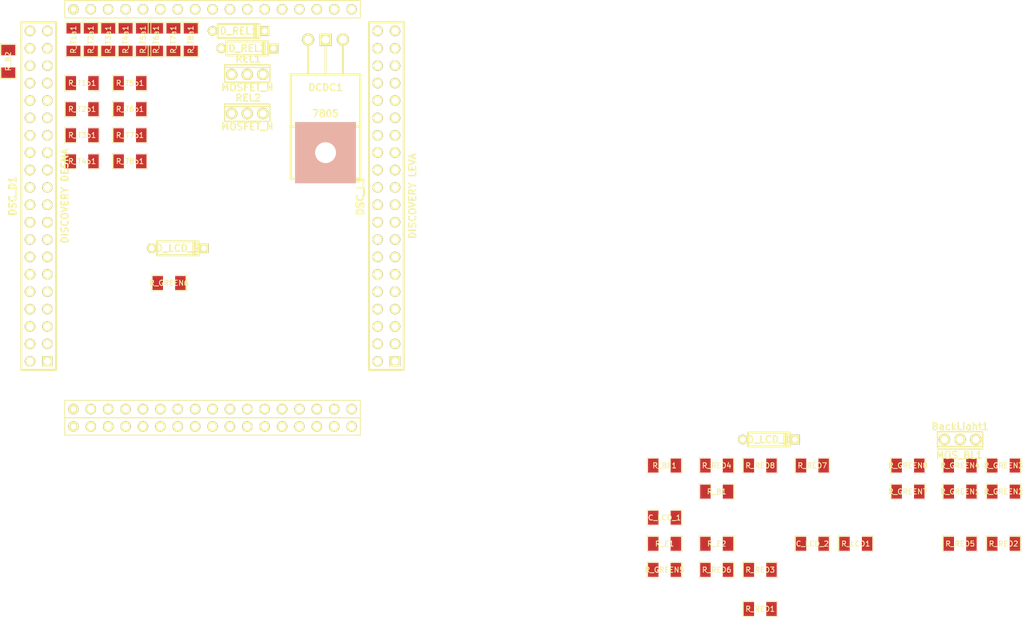
<source format=kicad_pcb>
(kicad_pcb (version 3) (host pcbnew "(2013-07-07 BZR 4022)-stable")

  (general
    (links 97)
    (no_connects 97)
    (area 0 0 0 0)
    (thickness 1.6)
    (drawings 0)
    (tracks 0)
    (zones 0)
    (modules 53)
    (nets 8)
  )

  (page A3)
  (title_block 
    (title Vinokuh)
    (rev 1)
    (company "Rok Rupnik && Ožbolt Menegatti")
  )

  (layers
    (15 F.Cu signal)
    (0 B.Cu signal)
    (16 B.Adhes user)
    (17 F.Adhes user)
    (18 B.Paste user)
    (19 F.Paste user)
    (20 B.SilkS user)
    (21 F.SilkS user)
    (22 B.Mask user)
    (23 F.Mask user)
    (24 Dwgs.User user)
    (25 Cmts.User user)
    (26 Eco1.User user)
    (27 Eco2.User user)
    (28 Edge.Cuts user)
  )

  (setup
    (last_trace_width 0.254)
    (trace_clearance 0.254)
    (zone_clearance 0.508)
    (zone_45_only no)
    (trace_min 0.254)
    (segment_width 0.2)
    (edge_width 0.1)
    (via_size 0.889)
    (via_drill 0.635)
    (via_min_size 0.889)
    (via_min_drill 0.508)
    (uvia_size 0.508)
    (uvia_drill 0.127)
    (uvias_allowed no)
    (uvia_min_size 0.508)
    (uvia_min_drill 0.127)
    (pcb_text_width 0.3)
    (pcb_text_size 1.5 1.5)
    (mod_edge_width 0.15)
    (mod_text_size 1 1)
    (mod_text_width 0.15)
    (pad_size 1.778 1.778)
    (pad_drill 1.143)
    (pad_to_mask_clearance 0)
    (aux_axis_origin 0 0)
    (visible_elements 7FFFFBBF)
    (pcbplotparams
      (layerselection 3178497)
      (usegerberextensions true)
      (excludeedgelayer true)
      (linewidth 0.150000)
      (plotframeref false)
      (viasonmask false)
      (mode 1)
      (useauxorigin false)
      (hpglpennumber 1)
      (hpglpenspeed 20)
      (hpglpendiameter 15)
      (hpglpenoverlay 2)
      (psnegative false)
      (psa4output false)
      (plotreference true)
      (plotvalue true)
      (plotothertext true)
      (plotinvisibletext false)
      (padsonsilk false)
      (subtractmaskfromsilk false)
      (outputformat 1)
      (mirror false)
      (drillshape 1)
      (scaleselection 1)
      (outputdirectory ""))
  )

  (net 0 "")
  (net 1 /3V)
  (net 2 /5V)
  (net 3 /P?)
  (net 4 /U?)
  (net 5 GND)
  (net 6 N-000002)
  (net 7 N-000003)

  (net_class Default "This is the default net class."
    (clearance 0.254)
    (trace_width 0.254)
    (via_dia 0.889)
    (via_drill 0.635)
    (uvia_dia 0.508)
    (uvia_drill 0.127)
    (add_net "")
    (add_net /3V)
    (add_net /5V)
    (add_net /P?)
    (add_net /U?)
    (add_net GND)
    (add_net N-000002)
    (add_net N-000003)
  )

  (module SM1206 (layer F.Cu) (tedit 42806E24) (tstamp 5245C331)
    (at 132.715 128.27)
    (path /524366EA)
    (attr smd)
    (fp_text reference R_T6b1 (at 0 0) (layer F.SilkS)
      (effects (font (size 0.762 0.762) (thickness 0.127)))
    )
    (fp_text value R (at 0 0) (layer F.SilkS) hide
      (effects (font (size 0.762 0.762) (thickness 0.127)))
    )
    (fp_line (start -2.54 -1.143) (end -2.54 1.143) (layer F.SilkS) (width 0.127))
    (fp_line (start -2.54 1.143) (end -0.889 1.143) (layer F.SilkS) (width 0.127))
    (fp_line (start 0.889 -1.143) (end 2.54 -1.143) (layer F.SilkS) (width 0.127))
    (fp_line (start 2.54 -1.143) (end 2.54 1.143) (layer F.SilkS) (width 0.127))
    (fp_line (start 2.54 1.143) (end 0.889 1.143) (layer F.SilkS) (width 0.127))
    (fp_line (start -0.889 -1.143) (end -2.54 -1.143) (layer F.SilkS) (width 0.127))
    (pad 1 smd rect (at -1.651 0) (size 1.524 2.032)
      (layers F.Cu F.Paste F.Mask)
      (net 3 /P?)
    )
    (pad 2 smd rect (at 1.651 0) (size 1.524 2.032)
      (layers F.Cu F.Paste F.Mask)
      (net 5 GND)
    )
    (model smd/chip_cms.wrl
      (at (xyz 0 0 0))
      (scale (xyz 0.17 0.16 0.16))
      (rotate (xyz 0 0 0))
    )
  )

  (module SM1206 (layer F.Cu) (tedit 42806E24) (tstamp 5245C33D)
    (at 260.35 184.15)
    (path /52436532)
    (attr smd)
    (fp_text reference R_GREEN2 (at 0 0) (layer F.SilkS)
      (effects (font (size 0.762 0.762) (thickness 0.127)))
    )
    (fp_text value R (at 0 0) (layer F.SilkS) hide
      (effects (font (size 0.762 0.762) (thickness 0.127)))
    )
    (fp_line (start -2.54 -1.143) (end -2.54 1.143) (layer F.SilkS) (width 0.127))
    (fp_line (start -2.54 1.143) (end -0.889 1.143) (layer F.SilkS) (width 0.127))
    (fp_line (start 0.889 -1.143) (end 2.54 -1.143) (layer F.SilkS) (width 0.127))
    (fp_line (start 2.54 -1.143) (end 2.54 1.143) (layer F.SilkS) (width 0.127))
    (fp_line (start 2.54 1.143) (end 0.889 1.143) (layer F.SilkS) (width 0.127))
    (fp_line (start -0.889 -1.143) (end -2.54 -1.143) (layer F.SilkS) (width 0.127))
    (pad 1 smd rect (at -1.651 0) (size 1.524 2.032)
      (layers F.Cu F.Paste F.Mask)
      (net 3 /P?)
    )
    (pad 2 smd rect (at 1.651 0) (size 1.524 2.032)
      (layers F.Cu F.Paste F.Mask)
      (net 3 /P?)
    )
    (model smd/chip_cms.wrl
      (at (xyz 0 0 0))
      (scale (xyz 0.17 0.16 0.16))
      (rotate (xyz 0 0 0))
    )
  )

  (module SM1206 (layer F.Cu) (tedit 42806E24) (tstamp 5245C349)
    (at 254 184.15)
    (path /52436538)
    (attr smd)
    (fp_text reference R_GREEN1 (at 0 0) (layer F.SilkS)
      (effects (font (size 0.762 0.762) (thickness 0.127)))
    )
    (fp_text value R (at 0 0) (layer F.SilkS) hide
      (effects (font (size 0.762 0.762) (thickness 0.127)))
    )
    (fp_line (start -2.54 -1.143) (end -2.54 1.143) (layer F.SilkS) (width 0.127))
    (fp_line (start -2.54 1.143) (end -0.889 1.143) (layer F.SilkS) (width 0.127))
    (fp_line (start 0.889 -1.143) (end 2.54 -1.143) (layer F.SilkS) (width 0.127))
    (fp_line (start 2.54 -1.143) (end 2.54 1.143) (layer F.SilkS) (width 0.127))
    (fp_line (start 2.54 1.143) (end 0.889 1.143) (layer F.SilkS) (width 0.127))
    (fp_line (start -0.889 -1.143) (end -2.54 -1.143) (layer F.SilkS) (width 0.127))
    (pad 1 smd rect (at -1.651 0) (size 1.524 2.032)
      (layers F.Cu F.Paste F.Mask)
      (net 3 /P?)
    )
    (pad 2 smd rect (at 1.651 0) (size 1.524 2.032)
      (layers F.Cu F.Paste F.Mask)
      (net 3 /P?)
    )
    (model smd/chip_cms.wrl
      (at (xyz 0 0 0))
      (scale (xyz 0.17 0.16 0.16))
      (rotate (xyz 0 0 0))
    )
  )

  (module SM1206 (layer F.Cu) (tedit 42806E24) (tstamp 5245C355)
    (at 246.38 184.15)
    (path /52436540)
    (attr smd)
    (fp_text reference R_GREEN7 (at 0 0) (layer F.SilkS)
      (effects (font (size 0.762 0.762) (thickness 0.127)))
    )
    (fp_text value R (at 0 0) (layer F.SilkS) hide
      (effects (font (size 0.762 0.762) (thickness 0.127)))
    )
    (fp_line (start -2.54 -1.143) (end -2.54 1.143) (layer F.SilkS) (width 0.127))
    (fp_line (start -2.54 1.143) (end -0.889 1.143) (layer F.SilkS) (width 0.127))
    (fp_line (start 0.889 -1.143) (end 2.54 -1.143) (layer F.SilkS) (width 0.127))
    (fp_line (start 2.54 -1.143) (end 2.54 1.143) (layer F.SilkS) (width 0.127))
    (fp_line (start 2.54 1.143) (end 0.889 1.143) (layer F.SilkS) (width 0.127))
    (fp_line (start -0.889 -1.143) (end -2.54 -1.143) (layer F.SilkS) (width 0.127))
    (pad 1 smd rect (at -1.651 0) (size 1.524 2.032)
      (layers F.Cu F.Paste F.Mask)
      (net 3 /P?)
    )
    (pad 2 smd rect (at 1.651 0) (size 1.524 2.032)
      (layers F.Cu F.Paste F.Mask)
      (net 3 /P?)
    )
    (model smd/chip_cms.wrl
      (at (xyz 0 0 0))
      (scale (xyz 0.17 0.16 0.16))
      (rotate (xyz 0 0 0))
    )
  )

  (module SM1206 (layer F.Cu) (tedit 42806E24) (tstamp 5245C361)
    (at 125.73 128.27)
    (path /524366BA)
    (attr smd)
    (fp_text reference R_T2b1 (at 0 0) (layer F.SilkS)
      (effects (font (size 0.762 0.762) (thickness 0.127)))
    )
    (fp_text value R (at 0 0) (layer F.SilkS) hide
      (effects (font (size 0.762 0.762) (thickness 0.127)))
    )
    (fp_line (start -2.54 -1.143) (end -2.54 1.143) (layer F.SilkS) (width 0.127))
    (fp_line (start -2.54 1.143) (end -0.889 1.143) (layer F.SilkS) (width 0.127))
    (fp_line (start 0.889 -1.143) (end 2.54 -1.143) (layer F.SilkS) (width 0.127))
    (fp_line (start 2.54 -1.143) (end 2.54 1.143) (layer F.SilkS) (width 0.127))
    (fp_line (start 2.54 1.143) (end 0.889 1.143) (layer F.SilkS) (width 0.127))
    (fp_line (start -0.889 -1.143) (end -2.54 -1.143) (layer F.SilkS) (width 0.127))
    (pad 1 smd rect (at -1.651 0) (size 1.524 2.032)
      (layers F.Cu F.Paste F.Mask)
      (net 3 /P?)
    )
    (pad 2 smd rect (at 1.651 0) (size 1.524 2.032)
      (layers F.Cu F.Paste F.Mask)
      (net 5 GND)
    )
    (model smd/chip_cms.wrl
      (at (xyz 0 0 0))
      (scale (xyz 0.17 0.16 0.16))
      (rotate (xyz 0 0 0))
    )
  )

  (module SM1206 (layer F.Cu) (tedit 42806E24) (tstamp 5245C36D)
    (at 127 118.11 270)
    (path /524366C0)
    (attr smd)
    (fp_text reference R_T2a1 (at 0 0 270) (layer F.SilkS)
      (effects (font (size 0.762 0.762) (thickness 0.127)))
    )
    (fp_text value R (at 0 0 270) (layer F.SilkS) hide
      (effects (font (size 0.762 0.762) (thickness 0.127)))
    )
    (fp_line (start -2.54 -1.143) (end -2.54 1.143) (layer F.SilkS) (width 0.127))
    (fp_line (start -2.54 1.143) (end -0.889 1.143) (layer F.SilkS) (width 0.127))
    (fp_line (start 0.889 -1.143) (end 2.54 -1.143) (layer F.SilkS) (width 0.127))
    (fp_line (start 2.54 -1.143) (end 2.54 1.143) (layer F.SilkS) (width 0.127))
    (fp_line (start 2.54 1.143) (end 0.889 1.143) (layer F.SilkS) (width 0.127))
    (fp_line (start -0.889 -1.143) (end -2.54 -1.143) (layer F.SilkS) (width 0.127))
    (pad 1 smd rect (at -1.651 0 270) (size 1.524 2.032)
      (layers F.Cu F.Paste F.Mask)
      (net 4 /U?)
    )
    (pad 2 smd rect (at 1.651 0 270) (size 1.524 2.032)
      (layers F.Cu F.Paste F.Mask)
      (net 3 /P?)
    )
    (model smd/chip_cms.wrl
      (at (xyz 0 0 0))
      (scale (xyz 0.17 0.16 0.16))
      (rotate (xyz 0 0 0))
    )
  )

  (module SM1206 (layer F.Cu) (tedit 42806E24) (tstamp 5245C379)
    (at 125.73 132.08)
    (path /524366C6)
    (attr smd)
    (fp_text reference R_T3b1 (at 0 0) (layer F.SilkS)
      (effects (font (size 0.762 0.762) (thickness 0.127)))
    )
    (fp_text value R (at 0 0) (layer F.SilkS) hide
      (effects (font (size 0.762 0.762) (thickness 0.127)))
    )
    (fp_line (start -2.54 -1.143) (end -2.54 1.143) (layer F.SilkS) (width 0.127))
    (fp_line (start -2.54 1.143) (end -0.889 1.143) (layer F.SilkS) (width 0.127))
    (fp_line (start 0.889 -1.143) (end 2.54 -1.143) (layer F.SilkS) (width 0.127))
    (fp_line (start 2.54 -1.143) (end 2.54 1.143) (layer F.SilkS) (width 0.127))
    (fp_line (start 2.54 1.143) (end 0.889 1.143) (layer F.SilkS) (width 0.127))
    (fp_line (start -0.889 -1.143) (end -2.54 -1.143) (layer F.SilkS) (width 0.127))
    (pad 1 smd rect (at -1.651 0) (size 1.524 2.032)
      (layers F.Cu F.Paste F.Mask)
      (net 3 /P?)
    )
    (pad 2 smd rect (at 1.651 0) (size 1.524 2.032)
      (layers F.Cu F.Paste F.Mask)
      (net 5 GND)
    )
    (model smd/chip_cms.wrl
      (at (xyz 0 0 0))
      (scale (xyz 0.17 0.16 0.16))
      (rotate (xyz 0 0 0))
    )
  )

  (module SM1206 (layer F.Cu) (tedit 42806E24) (tstamp 5245C385)
    (at 129.54 118.11 270)
    (path /524366CC)
    (attr smd)
    (fp_text reference R_T3a1 (at 0 0 270) (layer F.SilkS)
      (effects (font (size 0.762 0.762) (thickness 0.127)))
    )
    (fp_text value R (at 0 0 270) (layer F.SilkS) hide
      (effects (font (size 0.762 0.762) (thickness 0.127)))
    )
    (fp_line (start -2.54 -1.143) (end -2.54 1.143) (layer F.SilkS) (width 0.127))
    (fp_line (start -2.54 1.143) (end -0.889 1.143) (layer F.SilkS) (width 0.127))
    (fp_line (start 0.889 -1.143) (end 2.54 -1.143) (layer F.SilkS) (width 0.127))
    (fp_line (start 2.54 -1.143) (end 2.54 1.143) (layer F.SilkS) (width 0.127))
    (fp_line (start 2.54 1.143) (end 0.889 1.143) (layer F.SilkS) (width 0.127))
    (fp_line (start -0.889 -1.143) (end -2.54 -1.143) (layer F.SilkS) (width 0.127))
    (pad 1 smd rect (at -1.651 0 270) (size 1.524 2.032)
      (layers F.Cu F.Paste F.Mask)
      (net 4 /U?)
    )
    (pad 2 smd rect (at 1.651 0 270) (size 1.524 2.032)
      (layers F.Cu F.Paste F.Mask)
      (net 3 /P?)
    )
    (model smd/chip_cms.wrl
      (at (xyz 0 0 0))
      (scale (xyz 0.17 0.16 0.16))
      (rotate (xyz 0 0 0))
    )
  )

  (module SM1206 (layer F.Cu) (tedit 42806E24) (tstamp 5245C391)
    (at 125.73 135.89)
    (path /524366D2)
    (attr smd)
    (fp_text reference R_T4b1 (at 0 0) (layer F.SilkS)
      (effects (font (size 0.762 0.762) (thickness 0.127)))
    )
    (fp_text value R (at 0 0) (layer F.SilkS) hide
      (effects (font (size 0.762 0.762) (thickness 0.127)))
    )
    (fp_line (start -2.54 -1.143) (end -2.54 1.143) (layer F.SilkS) (width 0.127))
    (fp_line (start -2.54 1.143) (end -0.889 1.143) (layer F.SilkS) (width 0.127))
    (fp_line (start 0.889 -1.143) (end 2.54 -1.143) (layer F.SilkS) (width 0.127))
    (fp_line (start 2.54 -1.143) (end 2.54 1.143) (layer F.SilkS) (width 0.127))
    (fp_line (start 2.54 1.143) (end 0.889 1.143) (layer F.SilkS) (width 0.127))
    (fp_line (start -0.889 -1.143) (end -2.54 -1.143) (layer F.SilkS) (width 0.127))
    (pad 1 smd rect (at -1.651 0) (size 1.524 2.032)
      (layers F.Cu F.Paste F.Mask)
      (net 3 /P?)
    )
    (pad 2 smd rect (at 1.651 0) (size 1.524 2.032)
      (layers F.Cu F.Paste F.Mask)
      (net 5 GND)
    )
    (model smd/chip_cms.wrl
      (at (xyz 0 0 0))
      (scale (xyz 0.17 0.16 0.16))
      (rotate (xyz 0 0 0))
    )
  )

  (module SM1206 (layer F.Cu) (tedit 42806E24) (tstamp 5245C39D)
    (at 132.08 118.11 270)
    (path /524366D8)
    (attr smd)
    (fp_text reference R_T4a1 (at 0 0 270) (layer F.SilkS)
      (effects (font (size 0.762 0.762) (thickness 0.127)))
    )
    (fp_text value R (at 0 0 270) (layer F.SilkS) hide
      (effects (font (size 0.762 0.762) (thickness 0.127)))
    )
    (fp_line (start -2.54 -1.143) (end -2.54 1.143) (layer F.SilkS) (width 0.127))
    (fp_line (start -2.54 1.143) (end -0.889 1.143) (layer F.SilkS) (width 0.127))
    (fp_line (start 0.889 -1.143) (end 2.54 -1.143) (layer F.SilkS) (width 0.127))
    (fp_line (start 2.54 -1.143) (end 2.54 1.143) (layer F.SilkS) (width 0.127))
    (fp_line (start 2.54 1.143) (end 0.889 1.143) (layer F.SilkS) (width 0.127))
    (fp_line (start -0.889 -1.143) (end -2.54 -1.143) (layer F.SilkS) (width 0.127))
    (pad 1 smd rect (at -1.651 0 270) (size 1.524 2.032)
      (layers F.Cu F.Paste F.Mask)
      (net 4 /U?)
    )
    (pad 2 smd rect (at 1.651 0 270) (size 1.524 2.032)
      (layers F.Cu F.Paste F.Mask)
      (net 3 /P?)
    )
    (model smd/chip_cms.wrl
      (at (xyz 0 0 0))
      (scale (xyz 0.17 0.16 0.16))
      (rotate (xyz 0 0 0))
    )
  )

  (module SM1206 (layer F.Cu) (tedit 42806E24) (tstamp 5245C3A9)
    (at 132.715 124.46)
    (path /524366DE)
    (attr smd)
    (fp_text reference R_T5b1 (at 0 0) (layer F.SilkS)
      (effects (font (size 0.762 0.762) (thickness 0.127)))
    )
    (fp_text value R (at 0 0) (layer F.SilkS) hide
      (effects (font (size 0.762 0.762) (thickness 0.127)))
    )
    (fp_line (start -2.54 -1.143) (end -2.54 1.143) (layer F.SilkS) (width 0.127))
    (fp_line (start -2.54 1.143) (end -0.889 1.143) (layer F.SilkS) (width 0.127))
    (fp_line (start 0.889 -1.143) (end 2.54 -1.143) (layer F.SilkS) (width 0.127))
    (fp_line (start 2.54 -1.143) (end 2.54 1.143) (layer F.SilkS) (width 0.127))
    (fp_line (start 2.54 1.143) (end 0.889 1.143) (layer F.SilkS) (width 0.127))
    (fp_line (start -0.889 -1.143) (end -2.54 -1.143) (layer F.SilkS) (width 0.127))
    (pad 1 smd rect (at -1.651 0) (size 1.524 2.032)
      (layers F.Cu F.Paste F.Mask)
      (net 3 /P?)
    )
    (pad 2 smd rect (at 1.651 0) (size 1.524 2.032)
      (layers F.Cu F.Paste F.Mask)
      (net 5 GND)
    )
    (model smd/chip_cms.wrl
      (at (xyz 0 0 0))
      (scale (xyz 0.17 0.16 0.16))
      (rotate (xyz 0 0 0))
    )
  )

  (module SM1206 (layer F.Cu) (tedit 42806E24) (tstamp 5245C3B5)
    (at 134.62 118.11 270)
    (path /524366E4)
    (attr smd)
    (fp_text reference R_T5a1 (at 0 0 270) (layer F.SilkS)
      (effects (font (size 0.762 0.762) (thickness 0.127)))
    )
    (fp_text value R (at 0 0 270) (layer F.SilkS) hide
      (effects (font (size 0.762 0.762) (thickness 0.127)))
    )
    (fp_line (start -2.54 -1.143) (end -2.54 1.143) (layer F.SilkS) (width 0.127))
    (fp_line (start -2.54 1.143) (end -0.889 1.143) (layer F.SilkS) (width 0.127))
    (fp_line (start 0.889 -1.143) (end 2.54 -1.143) (layer F.SilkS) (width 0.127))
    (fp_line (start 2.54 -1.143) (end 2.54 1.143) (layer F.SilkS) (width 0.127))
    (fp_line (start 2.54 1.143) (end 0.889 1.143) (layer F.SilkS) (width 0.127))
    (fp_line (start -0.889 -1.143) (end -2.54 -1.143) (layer F.SilkS) (width 0.127))
    (pad 1 smd rect (at -1.651 0 270) (size 1.524 2.032)
      (layers F.Cu F.Paste F.Mask)
      (net 4 /U?)
    )
    (pad 2 smd rect (at 1.651 0 270) (size 1.524 2.032)
      (layers F.Cu F.Paste F.Mask)
      (net 3 /P?)
    )
    (model smd/chip_cms.wrl
      (at (xyz 0 0 0))
      (scale (xyz 0.17 0.16 0.16))
      (rotate (xyz 0 0 0))
    )
  )

  (module SM1206 (layer F.Cu) (tedit 42806E24) (tstamp 5245C3C1)
    (at 125.73 124.46)
    (path /524322ED)
    (attr smd)
    (fp_text reference R_T1b1 (at 0 0) (layer F.SilkS)
      (effects (font (size 0.762 0.762) (thickness 0.127)))
    )
    (fp_text value R (at 0 0) (layer F.SilkS) hide
      (effects (font (size 0.762 0.762) (thickness 0.127)))
    )
    (fp_line (start -2.54 -1.143) (end -2.54 1.143) (layer F.SilkS) (width 0.127))
    (fp_line (start -2.54 1.143) (end -0.889 1.143) (layer F.SilkS) (width 0.127))
    (fp_line (start 0.889 -1.143) (end 2.54 -1.143) (layer F.SilkS) (width 0.127))
    (fp_line (start 2.54 -1.143) (end 2.54 1.143) (layer F.SilkS) (width 0.127))
    (fp_line (start 2.54 1.143) (end 0.889 1.143) (layer F.SilkS) (width 0.127))
    (fp_line (start -0.889 -1.143) (end -2.54 -1.143) (layer F.SilkS) (width 0.127))
    (pad 1 smd rect (at -1.651 0) (size 1.524 2.032)
      (layers F.Cu F.Paste F.Mask)
      (net 3 /P?)
    )
    (pad 2 smd rect (at 1.651 0) (size 1.524 2.032)
      (layers F.Cu F.Paste F.Mask)
      (net 5 GND)
    )
    (model smd/chip_cms.wrl
      (at (xyz 0 0 0))
      (scale (xyz 0.17 0.16 0.16))
      (rotate (xyz 0 0 0))
    )
  )

  (module SM1206 (layer F.Cu) (tedit 42806E24) (tstamp 5245C3CD)
    (at 136.525 118.11 270)
    (path /524366F0)
    (attr smd)
    (fp_text reference R_T6a1 (at 0 0 270) (layer F.SilkS)
      (effects (font (size 0.762 0.762) (thickness 0.127)))
    )
    (fp_text value R (at 0 0 270) (layer F.SilkS) hide
      (effects (font (size 0.762 0.762) (thickness 0.127)))
    )
    (fp_line (start -2.54 -1.143) (end -2.54 1.143) (layer F.SilkS) (width 0.127))
    (fp_line (start -2.54 1.143) (end -0.889 1.143) (layer F.SilkS) (width 0.127))
    (fp_line (start 0.889 -1.143) (end 2.54 -1.143) (layer F.SilkS) (width 0.127))
    (fp_line (start 2.54 -1.143) (end 2.54 1.143) (layer F.SilkS) (width 0.127))
    (fp_line (start 2.54 1.143) (end 0.889 1.143) (layer F.SilkS) (width 0.127))
    (fp_line (start -0.889 -1.143) (end -2.54 -1.143) (layer F.SilkS) (width 0.127))
    (pad 1 smd rect (at -1.651 0 270) (size 1.524 2.032)
      (layers F.Cu F.Paste F.Mask)
      (net 4 /U?)
    )
    (pad 2 smd rect (at 1.651 0 270) (size 1.524 2.032)
      (layers F.Cu F.Paste F.Mask)
      (net 3 /P?)
    )
    (model smd/chip_cms.wrl
      (at (xyz 0 0 0))
      (scale (xyz 0.17 0.16 0.16))
      (rotate (xyz 0 0 0))
    )
  )

  (module SM1206 (layer F.Cu) (tedit 42806E24) (tstamp 5245C3D9)
    (at 132.715 132.08)
    (path /524366F6)
    (attr smd)
    (fp_text reference R_T7b1 (at 0 0) (layer F.SilkS)
      (effects (font (size 0.762 0.762) (thickness 0.127)))
    )
    (fp_text value R (at 0 0) (layer F.SilkS) hide
      (effects (font (size 0.762 0.762) (thickness 0.127)))
    )
    (fp_line (start -2.54 -1.143) (end -2.54 1.143) (layer F.SilkS) (width 0.127))
    (fp_line (start -2.54 1.143) (end -0.889 1.143) (layer F.SilkS) (width 0.127))
    (fp_line (start 0.889 -1.143) (end 2.54 -1.143) (layer F.SilkS) (width 0.127))
    (fp_line (start 2.54 -1.143) (end 2.54 1.143) (layer F.SilkS) (width 0.127))
    (fp_line (start 2.54 1.143) (end 0.889 1.143) (layer F.SilkS) (width 0.127))
    (fp_line (start -0.889 -1.143) (end -2.54 -1.143) (layer F.SilkS) (width 0.127))
    (pad 1 smd rect (at -1.651 0) (size 1.524 2.032)
      (layers F.Cu F.Paste F.Mask)
      (net 3 /P?)
    )
    (pad 2 smd rect (at 1.651 0) (size 1.524 2.032)
      (layers F.Cu F.Paste F.Mask)
      (net 5 GND)
    )
    (model smd/chip_cms.wrl
      (at (xyz 0 0 0))
      (scale (xyz 0.17 0.16 0.16))
      (rotate (xyz 0 0 0))
    )
  )

  (module SM1206 (layer F.Cu) (tedit 42806E24) (tstamp 5245C3E5)
    (at 139.065 118.11 270)
    (path /524366FC)
    (attr smd)
    (fp_text reference R_T7a1 (at 0 0 270) (layer F.SilkS)
      (effects (font (size 0.762 0.762) (thickness 0.127)))
    )
    (fp_text value R (at 0 0 270) (layer F.SilkS) hide
      (effects (font (size 0.762 0.762) (thickness 0.127)))
    )
    (fp_line (start -2.54 -1.143) (end -2.54 1.143) (layer F.SilkS) (width 0.127))
    (fp_line (start -2.54 1.143) (end -0.889 1.143) (layer F.SilkS) (width 0.127))
    (fp_line (start 0.889 -1.143) (end 2.54 -1.143) (layer F.SilkS) (width 0.127))
    (fp_line (start 2.54 -1.143) (end 2.54 1.143) (layer F.SilkS) (width 0.127))
    (fp_line (start 2.54 1.143) (end 0.889 1.143) (layer F.SilkS) (width 0.127))
    (fp_line (start -0.889 -1.143) (end -2.54 -1.143) (layer F.SilkS) (width 0.127))
    (pad 1 smd rect (at -1.651 0 270) (size 1.524 2.032)
      (layers F.Cu F.Paste F.Mask)
      (net 4 /U?)
    )
    (pad 2 smd rect (at 1.651 0 270) (size 1.524 2.032)
      (layers F.Cu F.Paste F.Mask)
      (net 3 /P?)
    )
    (model smd/chip_cms.wrl
      (at (xyz 0 0 0))
      (scale (xyz 0.17 0.16 0.16))
      (rotate (xyz 0 0 0))
    )
  )

  (module SM1206 (layer F.Cu) (tedit 42806E24) (tstamp 5245C3F1)
    (at 132.715 135.89)
    (path /52436702)
    (attr smd)
    (fp_text reference R_T8b1 (at 0 0) (layer F.SilkS)
      (effects (font (size 0.762 0.762) (thickness 0.127)))
    )
    (fp_text value R (at 0 0) (layer F.SilkS) hide
      (effects (font (size 0.762 0.762) (thickness 0.127)))
    )
    (fp_line (start -2.54 -1.143) (end -2.54 1.143) (layer F.SilkS) (width 0.127))
    (fp_line (start -2.54 1.143) (end -0.889 1.143) (layer F.SilkS) (width 0.127))
    (fp_line (start 0.889 -1.143) (end 2.54 -1.143) (layer F.SilkS) (width 0.127))
    (fp_line (start 2.54 -1.143) (end 2.54 1.143) (layer F.SilkS) (width 0.127))
    (fp_line (start 2.54 1.143) (end 0.889 1.143) (layer F.SilkS) (width 0.127))
    (fp_line (start -0.889 -1.143) (end -2.54 -1.143) (layer F.SilkS) (width 0.127))
    (pad 1 smd rect (at -1.651 0) (size 1.524 2.032)
      (layers F.Cu F.Paste F.Mask)
      (net 3 /P?)
    )
    (pad 2 smd rect (at 1.651 0) (size 1.524 2.032)
      (layers F.Cu F.Paste F.Mask)
      (net 5 GND)
    )
    (model smd/chip_cms.wrl
      (at (xyz 0 0 0))
      (scale (xyz 0.17 0.16 0.16))
      (rotate (xyz 0 0 0))
    )
  )

  (module SM1206 (layer F.Cu) (tedit 42806E24) (tstamp 5245C3FD)
    (at 141.605 118.11 270)
    (path /52436708)
    (attr smd)
    (fp_text reference R_T8a1 (at 0 0 270) (layer F.SilkS)
      (effects (font (size 0.762 0.762) (thickness 0.127)))
    )
    (fp_text value R (at 0 0 270) (layer F.SilkS) hide
      (effects (font (size 0.762 0.762) (thickness 0.127)))
    )
    (fp_line (start -2.54 -1.143) (end -2.54 1.143) (layer F.SilkS) (width 0.127))
    (fp_line (start -2.54 1.143) (end -0.889 1.143) (layer F.SilkS) (width 0.127))
    (fp_line (start 0.889 -1.143) (end 2.54 -1.143) (layer F.SilkS) (width 0.127))
    (fp_line (start 2.54 -1.143) (end 2.54 1.143) (layer F.SilkS) (width 0.127))
    (fp_line (start 2.54 1.143) (end 0.889 1.143) (layer F.SilkS) (width 0.127))
    (fp_line (start -0.889 -1.143) (end -2.54 -1.143) (layer F.SilkS) (width 0.127))
    (pad 1 smd rect (at -1.651 0 270) (size 1.524 2.032)
      (layers F.Cu F.Paste F.Mask)
      (net 4 /U?)
    )
    (pad 2 smd rect (at 1.651 0 270) (size 1.524 2.032)
      (layers F.Cu F.Paste F.Mask)
      (net 3 /P?)
    )
    (model smd/chip_cms.wrl
      (at (xyz 0 0 0))
      (scale (xyz 0.17 0.16 0.16))
      (rotate (xyz 0 0 0))
    )
  )

  (module SM1206 (layer F.Cu) (tedit 42806E24) (tstamp 5245C409)
    (at 210.82 191.77)
    (path /52437BC1)
    (attr smd)
    (fp_text reference R_E1 (at 0 0) (layer F.SilkS)
      (effects (font (size 0.762 0.762) (thickness 0.127)))
    )
    (fp_text value R (at 0 0) (layer F.SilkS) hide
      (effects (font (size 0.762 0.762) (thickness 0.127)))
    )
    (fp_line (start -2.54 -1.143) (end -2.54 1.143) (layer F.SilkS) (width 0.127))
    (fp_line (start -2.54 1.143) (end -0.889 1.143) (layer F.SilkS) (width 0.127))
    (fp_line (start 0.889 -1.143) (end 2.54 -1.143) (layer F.SilkS) (width 0.127))
    (fp_line (start 2.54 -1.143) (end 2.54 1.143) (layer F.SilkS) (width 0.127))
    (fp_line (start 2.54 1.143) (end 0.889 1.143) (layer F.SilkS) (width 0.127))
    (fp_line (start -0.889 -1.143) (end -2.54 -1.143) (layer F.SilkS) (width 0.127))
    (pad 1 smd rect (at -1.651 0) (size 1.524 2.032)
      (layers F.Cu F.Paste F.Mask)
      (net 3 /P?)
    )
    (pad 2 smd rect (at 1.651 0) (size 1.524 2.032)
      (layers F.Cu F.Paste F.Mask)
      (net 2 /5V)
    )
    (model smd/chip_cms.wrl
      (at (xyz 0 0 0))
      (scale (xyz 0.17 0.16 0.16))
      (rotate (xyz 0 0 0))
    )
  )

  (module SM1206 (layer F.Cu) (tedit 42806E24) (tstamp 5245C415)
    (at 218.44 191.77)
    (path /52437BC7)
    (attr smd)
    (fp_text reference R_E2 (at 0 0) (layer F.SilkS)
      (effects (font (size 0.762 0.762) (thickness 0.127)))
    )
    (fp_text value R (at 0 0) (layer F.SilkS) hide
      (effects (font (size 0.762 0.762) (thickness 0.127)))
    )
    (fp_line (start -2.54 -1.143) (end -2.54 1.143) (layer F.SilkS) (width 0.127))
    (fp_line (start -2.54 1.143) (end -0.889 1.143) (layer F.SilkS) (width 0.127))
    (fp_line (start 0.889 -1.143) (end 2.54 -1.143) (layer F.SilkS) (width 0.127))
    (fp_line (start 2.54 -1.143) (end 2.54 1.143) (layer F.SilkS) (width 0.127))
    (fp_line (start 2.54 1.143) (end 0.889 1.143) (layer F.SilkS) (width 0.127))
    (fp_line (start -0.889 -1.143) (end -2.54 -1.143) (layer F.SilkS) (width 0.127))
    (pad 1 smd rect (at -1.651 0) (size 1.524 2.032)
      (layers F.Cu F.Paste F.Mask)
      (net 3 /P?)
    )
    (pad 2 smd rect (at 1.651 0) (size 1.524 2.032)
      (layers F.Cu F.Paste F.Mask)
      (net 2 /5V)
    )
    (model smd/chip_cms.wrl
      (at (xyz 0 0 0))
      (scale (xyz 0.17 0.16 0.16))
      (rotate (xyz 0 0 0))
    )
  )

  (module SM1206 (layer F.Cu) (tedit 42806E24) (tstamp 5245C421)
    (at 210.82 187.96)
    (path /5245AF6D)
    (attr smd)
    (fp_text reference C_LCD_1 (at 0 0) (layer F.SilkS)
      (effects (font (size 0.762 0.762) (thickness 0.127)))
    )
    (fp_text value C (at 0 0) (layer F.SilkS) hide
      (effects (font (size 0.762 0.762) (thickness 0.127)))
    )
    (fp_line (start -2.54 -1.143) (end -2.54 1.143) (layer F.SilkS) (width 0.127))
    (fp_line (start -2.54 1.143) (end -0.889 1.143) (layer F.SilkS) (width 0.127))
    (fp_line (start 0.889 -1.143) (end 2.54 -1.143) (layer F.SilkS) (width 0.127))
    (fp_line (start 2.54 -1.143) (end 2.54 1.143) (layer F.SilkS) (width 0.127))
    (fp_line (start 2.54 1.143) (end 0.889 1.143) (layer F.SilkS) (width 0.127))
    (fp_line (start -0.889 -1.143) (end -2.54 -1.143) (layer F.SilkS) (width 0.127))
    (pad 1 smd rect (at -1.651 0) (size 1.524 2.032)
      (layers F.Cu F.Paste F.Mask)
    )
    (pad 2 smd rect (at 1.651 0) (size 1.524 2.032)
      (layers F.Cu F.Paste F.Mask)
      (net 3 /P?)
    )
    (model smd/chip_cms.wrl
      (at (xyz 0 0 0))
      (scale (xyz 0.17 0.16 0.16))
      (rotate (xyz 0 0 0))
    )
  )

  (module SM1206 (layer F.Cu) (tedit 42806E24) (tstamp 5245C42D)
    (at 232.41 191.77)
    (path /5245AF95)
    (attr smd)
    (fp_text reference C_LCD_2 (at 0 0) (layer F.SilkS)
      (effects (font (size 0.762 0.762) (thickness 0.127)))
    )
    (fp_text value C (at 0 0) (layer F.SilkS) hide
      (effects (font (size 0.762 0.762) (thickness 0.127)))
    )
    (fp_line (start -2.54 -1.143) (end -2.54 1.143) (layer F.SilkS) (width 0.127))
    (fp_line (start -2.54 1.143) (end -0.889 1.143) (layer F.SilkS) (width 0.127))
    (fp_line (start 0.889 -1.143) (end 2.54 -1.143) (layer F.SilkS) (width 0.127))
    (fp_line (start 2.54 -1.143) (end 2.54 1.143) (layer F.SilkS) (width 0.127))
    (fp_line (start 2.54 1.143) (end 0.889 1.143) (layer F.SilkS) (width 0.127))
    (fp_line (start -0.889 -1.143) (end -2.54 -1.143) (layer F.SilkS) (width 0.127))
    (pad 1 smd rect (at -1.651 0) (size 1.524 2.032)
      (layers F.Cu F.Paste F.Mask)
      (net 7 N-000003)
    )
    (pad 2 smd rect (at 1.651 0) (size 1.524 2.032)
      (layers F.Cu F.Paste F.Mask)
      (net 5 GND)
    )
    (model smd/chip_cms.wrl
      (at (xyz 0 0 0))
      (scale (xyz 0.17 0.16 0.16))
      (rotate (xyz 0 0 0))
    )
  )

  (module SM1206 (layer F.Cu) (tedit 42806E24) (tstamp 5245C439)
    (at 238.76 191.77)
    (path /5245B8D9)
    (attr smd)
    (fp_text reference R_LCD1 (at 0 0) (layer F.SilkS)
      (effects (font (size 0.762 0.762) (thickness 0.127)))
    )
    (fp_text value R (at 0 0) (layer F.SilkS) hide
      (effects (font (size 0.762 0.762) (thickness 0.127)))
    )
    (fp_line (start -2.54 -1.143) (end -2.54 1.143) (layer F.SilkS) (width 0.127))
    (fp_line (start -2.54 1.143) (end -0.889 1.143) (layer F.SilkS) (width 0.127))
    (fp_line (start 0.889 -1.143) (end 2.54 -1.143) (layer F.SilkS) (width 0.127))
    (fp_line (start 2.54 -1.143) (end 2.54 1.143) (layer F.SilkS) (width 0.127))
    (fp_line (start 2.54 1.143) (end 0.889 1.143) (layer F.SilkS) (width 0.127))
    (fp_line (start -0.889 -1.143) (end -2.54 -1.143) (layer F.SilkS) (width 0.127))
    (pad 1 smd rect (at -1.651 0) (size 1.524 2.032)
      (layers F.Cu F.Paste F.Mask)
      (net 7 N-000003)
    )
    (pad 2 smd rect (at 1.651 0) (size 1.524 2.032)
      (layers F.Cu F.Paste F.Mask)
      (net 4 /U?)
    )
    (model smd/chip_cms.wrl
      (at (xyz 0 0 0))
      (scale (xyz 0.17 0.16 0.16))
      (rotate (xyz 0 0 0))
    )
  )

  (module SM1206 (layer F.Cu) (tedit 42806E24) (tstamp 5245C445)
    (at 114.935 121.285 90)
    (path /52433586)
    (attr smd)
    (fp_text reference R_B2 (at 0 0 90) (layer F.SilkS)
      (effects (font (size 0.762 0.762) (thickness 0.127)))
    )
    (fp_text value R (at 0 0 90) (layer F.SilkS) hide
      (effects (font (size 0.762 0.762) (thickness 0.127)))
    )
    (fp_line (start -2.54 -1.143) (end -2.54 1.143) (layer F.SilkS) (width 0.127))
    (fp_line (start -2.54 1.143) (end -0.889 1.143) (layer F.SilkS) (width 0.127))
    (fp_line (start 0.889 -1.143) (end 2.54 -1.143) (layer F.SilkS) (width 0.127))
    (fp_line (start 2.54 -1.143) (end 2.54 1.143) (layer F.SilkS) (width 0.127))
    (fp_line (start 2.54 1.143) (end 0.889 1.143) (layer F.SilkS) (width 0.127))
    (fp_line (start -0.889 -1.143) (end -2.54 -1.143) (layer F.SilkS) (width 0.127))
    (pad 1 smd rect (at -1.651 0 90) (size 1.524 2.032)
      (layers F.Cu F.Paste F.Mask)
      (net 3 /P?)
    )
    (pad 2 smd rect (at 1.651 0 90) (size 1.524 2.032)
      (layers F.Cu F.Paste F.Mask)
      (net 5 GND)
    )
    (model smd/chip_cms.wrl
      (at (xyz 0 0 0))
      (scale (xyz 0.17 0.16 0.16))
      (rotate (xyz 0 0 0))
    )
  )

  (module SM1206 (layer F.Cu) (tedit 42806E24) (tstamp 5245C451)
    (at 254 191.77)
    (path /524322FC)
    (attr smd)
    (fp_text reference R_RED5 (at 0 0) (layer F.SilkS)
      (effects (font (size 0.762 0.762) (thickness 0.127)))
    )
    (fp_text value R (at 0 0) (layer F.SilkS) hide
      (effects (font (size 0.762 0.762) (thickness 0.127)))
    )
    (fp_line (start -2.54 -1.143) (end -2.54 1.143) (layer F.SilkS) (width 0.127))
    (fp_line (start -2.54 1.143) (end -0.889 1.143) (layer F.SilkS) (width 0.127))
    (fp_line (start 0.889 -1.143) (end 2.54 -1.143) (layer F.SilkS) (width 0.127))
    (fp_line (start 2.54 -1.143) (end 2.54 1.143) (layer F.SilkS) (width 0.127))
    (fp_line (start 2.54 1.143) (end 0.889 1.143) (layer F.SilkS) (width 0.127))
    (fp_line (start -0.889 -1.143) (end -2.54 -1.143) (layer F.SilkS) (width 0.127))
    (pad 1 smd rect (at -1.651 0) (size 1.524 2.032)
      (layers F.Cu F.Paste F.Mask)
      (net 3 /P?)
    )
    (pad 2 smd rect (at 1.651 0) (size 1.524 2.032)
      (layers F.Cu F.Paste F.Mask)
      (net 3 /P?)
    )
    (model smd/chip_cms.wrl
      (at (xyz 0 0 0))
      (scale (xyz 0.17 0.16 0.16))
      (rotate (xyz 0 0 0))
    )
  )

  (module SM1206 (layer F.Cu) (tedit 42806E24) (tstamp 5245C45D)
    (at 260.35 191.77)
    (path /524322FD)
    (attr smd)
    (fp_text reference R_RED2 (at 0 0) (layer F.SilkS)
      (effects (font (size 0.762 0.762) (thickness 0.127)))
    )
    (fp_text value R (at 0 0) (layer F.SilkS) hide
      (effects (font (size 0.762 0.762) (thickness 0.127)))
    )
    (fp_line (start -2.54 -1.143) (end -2.54 1.143) (layer F.SilkS) (width 0.127))
    (fp_line (start -2.54 1.143) (end -0.889 1.143) (layer F.SilkS) (width 0.127))
    (fp_line (start 0.889 -1.143) (end 2.54 -1.143) (layer F.SilkS) (width 0.127))
    (fp_line (start 2.54 -1.143) (end 2.54 1.143) (layer F.SilkS) (width 0.127))
    (fp_line (start 2.54 1.143) (end 0.889 1.143) (layer F.SilkS) (width 0.127))
    (fp_line (start -0.889 -1.143) (end -2.54 -1.143) (layer F.SilkS) (width 0.127))
    (pad 1 smd rect (at -1.651 0) (size 1.524 2.032)
      (layers F.Cu F.Paste F.Mask)
      (net 3 /P?)
    )
    (pad 2 smd rect (at 1.651 0) (size 1.524 2.032)
      (layers F.Cu F.Paste F.Mask)
      (net 3 /P?)
    )
    (model smd/chip_cms.wrl
      (at (xyz 0 0 0))
      (scale (xyz 0.17 0.16 0.16))
      (rotate (xyz 0 0 0))
    )
  )

  (module SM1206 (layer F.Cu) (tedit 42806E24) (tstamp 5245C469)
    (at 224.79 201.295)
    (path /524322FE)
    (attr smd)
    (fp_text reference R_RED1 (at 0 0) (layer F.SilkS)
      (effects (font (size 0.762 0.762) (thickness 0.127)))
    )
    (fp_text value R (at 0 0) (layer F.SilkS) hide
      (effects (font (size 0.762 0.762) (thickness 0.127)))
    )
    (fp_line (start -2.54 -1.143) (end -2.54 1.143) (layer F.SilkS) (width 0.127))
    (fp_line (start -2.54 1.143) (end -0.889 1.143) (layer F.SilkS) (width 0.127))
    (fp_line (start 0.889 -1.143) (end 2.54 -1.143) (layer F.SilkS) (width 0.127))
    (fp_line (start 2.54 -1.143) (end 2.54 1.143) (layer F.SilkS) (width 0.127))
    (fp_line (start 2.54 1.143) (end 0.889 1.143) (layer F.SilkS) (width 0.127))
    (fp_line (start -0.889 -1.143) (end -2.54 -1.143) (layer F.SilkS) (width 0.127))
    (pad 1 smd rect (at -1.651 0) (size 1.524 2.032)
      (layers F.Cu F.Paste F.Mask)
      (net 3 /P?)
    )
    (pad 2 smd rect (at 1.651 0) (size 1.524 2.032)
      (layers F.Cu F.Paste F.Mask)
      (net 3 /P?)
    )
    (model smd/chip_cms.wrl
      (at (xyz 0 0 0))
      (scale (xyz 0.17 0.16 0.16))
      (rotate (xyz 0 0 0))
    )
  )

  (module SM1206 (layer F.Cu) (tedit 42806E24) (tstamp 5245C475)
    (at 210.82 195.58)
    (path /5243652C)
    (attr smd)
    (fp_text reference R_GREEN5 (at 0 0) (layer F.SilkS)
      (effects (font (size 0.762 0.762) (thickness 0.127)))
    )
    (fp_text value R (at 0 0) (layer F.SilkS) hide
      (effects (font (size 0.762 0.762) (thickness 0.127)))
    )
    (fp_line (start -2.54 -1.143) (end -2.54 1.143) (layer F.SilkS) (width 0.127))
    (fp_line (start -2.54 1.143) (end -0.889 1.143) (layer F.SilkS) (width 0.127))
    (fp_line (start 0.889 -1.143) (end 2.54 -1.143) (layer F.SilkS) (width 0.127))
    (fp_line (start 2.54 -1.143) (end 2.54 1.143) (layer F.SilkS) (width 0.127))
    (fp_line (start 2.54 1.143) (end 0.889 1.143) (layer F.SilkS) (width 0.127))
    (fp_line (start -0.889 -1.143) (end -2.54 -1.143) (layer F.SilkS) (width 0.127))
    (pad 1 smd rect (at -1.651 0) (size 1.524 2.032)
      (layers F.Cu F.Paste F.Mask)
      (net 3 /P?)
    )
    (pad 2 smd rect (at 1.651 0) (size 1.524 2.032)
      (layers F.Cu F.Paste F.Mask)
      (net 3 /P?)
    )
    (model smd/chip_cms.wrl
      (at (xyz 0 0 0))
      (scale (xyz 0.17 0.16 0.16))
      (rotate (xyz 0 0 0))
    )
  )

  (module SM1206 (layer F.Cu) (tedit 42806E24) (tstamp 5245C481)
    (at 218.44 195.58)
    (path /524322FB)
    (attr smd)
    (fp_text reference R_RED6 (at 0 0) (layer F.SilkS)
      (effects (font (size 0.762 0.762) (thickness 0.127)))
    )
    (fp_text value R (at 0 0) (layer F.SilkS) hide
      (effects (font (size 0.762 0.762) (thickness 0.127)))
    )
    (fp_line (start -2.54 -1.143) (end -2.54 1.143) (layer F.SilkS) (width 0.127))
    (fp_line (start -2.54 1.143) (end -0.889 1.143) (layer F.SilkS) (width 0.127))
    (fp_line (start 0.889 -1.143) (end 2.54 -1.143) (layer F.SilkS) (width 0.127))
    (fp_line (start 2.54 -1.143) (end 2.54 1.143) (layer F.SilkS) (width 0.127))
    (fp_line (start 2.54 1.143) (end 0.889 1.143) (layer F.SilkS) (width 0.127))
    (fp_line (start -0.889 -1.143) (end -2.54 -1.143) (layer F.SilkS) (width 0.127))
    (pad 1 smd rect (at -1.651 0) (size 1.524 2.032)
      (layers F.Cu F.Paste F.Mask)
      (net 3 /P?)
    )
    (pad 2 smd rect (at 1.651 0) (size 1.524 2.032)
      (layers F.Cu F.Paste F.Mask)
      (net 3 /P?)
    )
    (model smd/chip_cms.wrl
      (at (xyz 0 0 0))
      (scale (xyz 0.17 0.16 0.16))
      (rotate (xyz 0 0 0))
    )
  )

  (module SM1206 (layer F.Cu) (tedit 42806E24) (tstamp 5245C48D)
    (at 224.79 195.58)
    (path /524322FA)
    (attr smd)
    (fp_text reference R_RED3 (at 0 0) (layer F.SilkS)
      (effects (font (size 0.762 0.762) (thickness 0.127)))
    )
    (fp_text value R (at 0 0) (layer F.SilkS) hide
      (effects (font (size 0.762 0.762) (thickness 0.127)))
    )
    (fp_line (start -2.54 -1.143) (end -2.54 1.143) (layer F.SilkS) (width 0.127))
    (fp_line (start -2.54 1.143) (end -0.889 1.143) (layer F.SilkS) (width 0.127))
    (fp_line (start 0.889 -1.143) (end 2.54 -1.143) (layer F.SilkS) (width 0.127))
    (fp_line (start 2.54 -1.143) (end 2.54 1.143) (layer F.SilkS) (width 0.127))
    (fp_line (start 2.54 1.143) (end 0.889 1.143) (layer F.SilkS) (width 0.127))
    (fp_line (start -0.889 -1.143) (end -2.54 -1.143) (layer F.SilkS) (width 0.127))
    (pad 1 smd rect (at -1.651 0) (size 1.524 2.032)
      (layers F.Cu F.Paste F.Mask)
      (net 3 /P?)
    )
    (pad 2 smd rect (at 1.651 0) (size 1.524 2.032)
      (layers F.Cu F.Paste F.Mask)
      (net 3 /P?)
    )
    (model smd/chip_cms.wrl
      (at (xyz 0 0 0))
      (scale (xyz 0.17 0.16 0.16))
      (rotate (xyz 0 0 0))
    )
  )

  (module SM1206 (layer F.Cu) (tedit 42806E24) (tstamp 5245C499)
    (at 218.44 184.15)
    (path /5243357A)
    (attr smd)
    (fp_text reference R_B1 (at 0 0) (layer F.SilkS)
      (effects (font (size 0.762 0.762) (thickness 0.127)))
    )
    (fp_text value R (at 0 0) (layer F.SilkS) hide
      (effects (font (size 0.762 0.762) (thickness 0.127)))
    )
    (fp_line (start -2.54 -1.143) (end -2.54 1.143) (layer F.SilkS) (width 0.127))
    (fp_line (start -2.54 1.143) (end -0.889 1.143) (layer F.SilkS) (width 0.127))
    (fp_line (start 0.889 -1.143) (end 2.54 -1.143) (layer F.SilkS) (width 0.127))
    (fp_line (start 2.54 -1.143) (end 2.54 1.143) (layer F.SilkS) (width 0.127))
    (fp_line (start 2.54 1.143) (end 0.889 1.143) (layer F.SilkS) (width 0.127))
    (fp_line (start -0.889 -1.143) (end -2.54 -1.143) (layer F.SilkS) (width 0.127))
    (pad 1 smd rect (at -1.651 0) (size 1.524 2.032)
      (layers F.Cu F.Paste F.Mask)
      (net 3 /P?)
    )
    (pad 2 smd rect (at 1.651 0) (size 1.524 2.032)
      (layers F.Cu F.Paste F.Mask)
      (net 5 GND)
    )
    (model smd/chip_cms.wrl
      (at (xyz 0 0 0))
      (scale (xyz 0.17 0.16 0.16))
      (rotate (xyz 0 0 0))
    )
  )

  (module SM1206 (layer F.Cu) (tedit 42806E24) (tstamp 5245C4A5)
    (at 210.82 180.34)
    (path /52433580)
    (attr smd)
    (fp_text reference R_BE1 (at 0 0) (layer F.SilkS)
      (effects (font (size 0.762 0.762) (thickness 0.127)))
    )
    (fp_text value R (at 0 0) (layer F.SilkS) hide
      (effects (font (size 0.762 0.762) (thickness 0.127)))
    )
    (fp_line (start -2.54 -1.143) (end -2.54 1.143) (layer F.SilkS) (width 0.127))
    (fp_line (start -2.54 1.143) (end -0.889 1.143) (layer F.SilkS) (width 0.127))
    (fp_line (start 0.889 -1.143) (end 2.54 -1.143) (layer F.SilkS) (width 0.127))
    (fp_line (start 2.54 -1.143) (end 2.54 1.143) (layer F.SilkS) (width 0.127))
    (fp_line (start 2.54 1.143) (end 0.889 1.143) (layer F.SilkS) (width 0.127))
    (fp_line (start -0.889 -1.143) (end -2.54 -1.143) (layer F.SilkS) (width 0.127))
    (pad 1 smd rect (at -1.651 0) (size 1.524 2.032)
      (layers F.Cu F.Paste F.Mask)
      (net 3 /P?)
    )
    (pad 2 smd rect (at 1.651 0) (size 1.524 2.032)
      (layers F.Cu F.Paste F.Mask)
      (net 5 GND)
    )
    (model smd/chip_cms.wrl
      (at (xyz 0 0 0))
      (scale (xyz 0.17 0.16 0.16))
      (rotate (xyz 0 0 0))
    )
  )

  (module SM1206 (layer F.Cu) (tedit 42806E24) (tstamp 5245C4B1)
    (at 218.44 180.34)
    (path /524322F9)
    (attr smd)
    (fp_text reference R_RED4 (at 0 0) (layer F.SilkS)
      (effects (font (size 0.762 0.762) (thickness 0.127)))
    )
    (fp_text value R (at 0 0) (layer F.SilkS) hide
      (effects (font (size 0.762 0.762) (thickness 0.127)))
    )
    (fp_line (start -2.54 -1.143) (end -2.54 1.143) (layer F.SilkS) (width 0.127))
    (fp_line (start -2.54 1.143) (end -0.889 1.143) (layer F.SilkS) (width 0.127))
    (fp_line (start 0.889 -1.143) (end 2.54 -1.143) (layer F.SilkS) (width 0.127))
    (fp_line (start 2.54 -1.143) (end 2.54 1.143) (layer F.SilkS) (width 0.127))
    (fp_line (start 2.54 1.143) (end 0.889 1.143) (layer F.SilkS) (width 0.127))
    (fp_line (start -0.889 -1.143) (end -2.54 -1.143) (layer F.SilkS) (width 0.127))
    (pad 1 smd rect (at -1.651 0) (size 1.524 2.032)
      (layers F.Cu F.Paste F.Mask)
      (net 3 /P?)
    )
    (pad 2 smd rect (at 1.651 0) (size 1.524 2.032)
      (layers F.Cu F.Paste F.Mask)
      (net 3 /P?)
    )
    (model smd/chip_cms.wrl
      (at (xyz 0 0 0))
      (scale (xyz 0.17 0.16 0.16))
      (rotate (xyz 0 0 0))
    )
  )

  (module SM1206 (layer F.Cu) (tedit 42806E24) (tstamp 5245C4BD)
    (at 224.79 180.34)
    (path /524322F8)
    (attr smd)
    (fp_text reference R_RED8 (at 0 0) (layer F.SilkS)
      (effects (font (size 0.762 0.762) (thickness 0.127)))
    )
    (fp_text value R (at 0 0) (layer F.SilkS) hide
      (effects (font (size 0.762 0.762) (thickness 0.127)))
    )
    (fp_line (start -2.54 -1.143) (end -2.54 1.143) (layer F.SilkS) (width 0.127))
    (fp_line (start -2.54 1.143) (end -0.889 1.143) (layer F.SilkS) (width 0.127))
    (fp_line (start 0.889 -1.143) (end 2.54 -1.143) (layer F.SilkS) (width 0.127))
    (fp_line (start 2.54 -1.143) (end 2.54 1.143) (layer F.SilkS) (width 0.127))
    (fp_line (start 2.54 1.143) (end 0.889 1.143) (layer F.SilkS) (width 0.127))
    (fp_line (start -0.889 -1.143) (end -2.54 -1.143) (layer F.SilkS) (width 0.127))
    (pad 1 smd rect (at -1.651 0) (size 1.524 2.032)
      (layers F.Cu F.Paste F.Mask)
      (net 3 /P?)
    )
    (pad 2 smd rect (at 1.651 0) (size 1.524 2.032)
      (layers F.Cu F.Paste F.Mask)
      (net 3 /P?)
    )
    (model smd/chip_cms.wrl
      (at (xyz 0 0 0))
      (scale (xyz 0.17 0.16 0.16))
      (rotate (xyz 0 0 0))
    )
  )

  (module SM1206 (layer F.Cu) (tedit 42806E24) (tstamp 5245C4C9)
    (at 232.41 180.34)
    (path /52433CA9)
    (attr smd)
    (fp_text reference R_RED7 (at 0 0) (layer F.SilkS)
      (effects (font (size 0.762 0.762) (thickness 0.127)))
    )
    (fp_text value R (at 0 0) (layer F.SilkS) hide
      (effects (font (size 0.762 0.762) (thickness 0.127)))
    )
    (fp_line (start -2.54 -1.143) (end -2.54 1.143) (layer F.SilkS) (width 0.127))
    (fp_line (start -2.54 1.143) (end -0.889 1.143) (layer F.SilkS) (width 0.127))
    (fp_line (start 0.889 -1.143) (end 2.54 -1.143) (layer F.SilkS) (width 0.127))
    (fp_line (start 2.54 -1.143) (end 2.54 1.143) (layer F.SilkS) (width 0.127))
    (fp_line (start 2.54 1.143) (end 0.889 1.143) (layer F.SilkS) (width 0.127))
    (fp_line (start -0.889 -1.143) (end -2.54 -1.143) (layer F.SilkS) (width 0.127))
    (pad 1 smd rect (at -1.651 0) (size 1.524 2.032)
      (layers F.Cu F.Paste F.Mask)
      (net 3 /P?)
    )
    (pad 2 smd rect (at 1.651 0) (size 1.524 2.032)
      (layers F.Cu F.Paste F.Mask)
      (net 3 /P?)
    )
    (model smd/chip_cms.wrl
      (at (xyz 0 0 0))
      (scale (xyz 0.17 0.16 0.16))
      (rotate (xyz 0 0 0))
    )
  )

  (module SM1206 (layer F.Cu) (tedit 42806E24) (tstamp 5245C4D5)
    (at 124.46 118.11 270)
    (path /524322EE)
    (attr smd)
    (fp_text reference R_T1a1 (at 0 0 270) (layer F.SilkS)
      (effects (font (size 0.762 0.762) (thickness 0.127)))
    )
    (fp_text value R (at 0 0 270) (layer F.SilkS) hide
      (effects (font (size 0.762 0.762) (thickness 0.127)))
    )
    (fp_line (start -2.54 -1.143) (end -2.54 1.143) (layer F.SilkS) (width 0.127))
    (fp_line (start -2.54 1.143) (end -0.889 1.143) (layer F.SilkS) (width 0.127))
    (fp_line (start 0.889 -1.143) (end 2.54 -1.143) (layer F.SilkS) (width 0.127))
    (fp_line (start 2.54 -1.143) (end 2.54 1.143) (layer F.SilkS) (width 0.127))
    (fp_line (start 2.54 1.143) (end 0.889 1.143) (layer F.SilkS) (width 0.127))
    (fp_line (start -0.889 -1.143) (end -2.54 -1.143) (layer F.SilkS) (width 0.127))
    (pad 1 smd rect (at -1.651 0 270) (size 1.524 2.032)
      (layers F.Cu F.Paste F.Mask)
      (net 4 /U?)
    )
    (pad 2 smd rect (at 1.651 0 270) (size 1.524 2.032)
      (layers F.Cu F.Paste F.Mask)
      (net 3 /P?)
    )
    (model smd/chip_cms.wrl
      (at (xyz 0 0 0))
      (scale (xyz 0.17 0.16 0.16))
      (rotate (xyz 0 0 0))
    )
  )

  (module SM1206 (layer F.Cu) (tedit 42806E24) (tstamp 5245C4E1)
    (at 246.38 180.34)
    (path /52436514)
    (attr smd)
    (fp_text reference R_GREEN8 (at 0 0) (layer F.SilkS)
      (effects (font (size 0.762 0.762) (thickness 0.127)))
    )
    (fp_text value R (at 0 0) (layer F.SilkS) hide
      (effects (font (size 0.762 0.762) (thickness 0.127)))
    )
    (fp_line (start -2.54 -1.143) (end -2.54 1.143) (layer F.SilkS) (width 0.127))
    (fp_line (start -2.54 1.143) (end -0.889 1.143) (layer F.SilkS) (width 0.127))
    (fp_line (start 0.889 -1.143) (end 2.54 -1.143) (layer F.SilkS) (width 0.127))
    (fp_line (start 2.54 -1.143) (end 2.54 1.143) (layer F.SilkS) (width 0.127))
    (fp_line (start 2.54 1.143) (end 0.889 1.143) (layer F.SilkS) (width 0.127))
    (fp_line (start -0.889 -1.143) (end -2.54 -1.143) (layer F.SilkS) (width 0.127))
    (pad 1 smd rect (at -1.651 0) (size 1.524 2.032)
      (layers F.Cu F.Paste F.Mask)
      (net 3 /P?)
    )
    (pad 2 smd rect (at 1.651 0) (size 1.524 2.032)
      (layers F.Cu F.Paste F.Mask)
      (net 3 /P?)
    )
    (model smd/chip_cms.wrl
      (at (xyz 0 0 0))
      (scale (xyz 0.17 0.16 0.16))
      (rotate (xyz 0 0 0))
    )
  )

  (module SM1206 (layer F.Cu) (tedit 42806E24) (tstamp 5245C4ED)
    (at 254 180.34)
    (path /5243651A)
    (attr smd)
    (fp_text reference R_GREEN4 (at 0 0) (layer F.SilkS)
      (effects (font (size 0.762 0.762) (thickness 0.127)))
    )
    (fp_text value R (at 0 0) (layer F.SilkS) hide
      (effects (font (size 0.762 0.762) (thickness 0.127)))
    )
    (fp_line (start -2.54 -1.143) (end -2.54 1.143) (layer F.SilkS) (width 0.127))
    (fp_line (start -2.54 1.143) (end -0.889 1.143) (layer F.SilkS) (width 0.127))
    (fp_line (start 0.889 -1.143) (end 2.54 -1.143) (layer F.SilkS) (width 0.127))
    (fp_line (start 2.54 -1.143) (end 2.54 1.143) (layer F.SilkS) (width 0.127))
    (fp_line (start 2.54 1.143) (end 0.889 1.143) (layer F.SilkS) (width 0.127))
    (fp_line (start -0.889 -1.143) (end -2.54 -1.143) (layer F.SilkS) (width 0.127))
    (pad 1 smd rect (at -1.651 0) (size 1.524 2.032)
      (layers F.Cu F.Paste F.Mask)
      (net 3 /P?)
    )
    (pad 2 smd rect (at 1.651 0) (size 1.524 2.032)
      (layers F.Cu F.Paste F.Mask)
      (net 3 /P?)
    )
    (model smd/chip_cms.wrl
      (at (xyz 0 0 0))
      (scale (xyz 0.17 0.16 0.16))
      (rotate (xyz 0 0 0))
    )
  )

  (module SM1206 (layer F.Cu) (tedit 42806E24) (tstamp 5245C4F9)
    (at 260.35 180.34)
    (path /52436520)
    (attr smd)
    (fp_text reference R_GREEN3 (at 0 0) (layer F.SilkS)
      (effects (font (size 0.762 0.762) (thickness 0.127)))
    )
    (fp_text value R (at 0 0) (layer F.SilkS) hide
      (effects (font (size 0.762 0.762) (thickness 0.127)))
    )
    (fp_line (start -2.54 -1.143) (end -2.54 1.143) (layer F.SilkS) (width 0.127))
    (fp_line (start -2.54 1.143) (end -0.889 1.143) (layer F.SilkS) (width 0.127))
    (fp_line (start 0.889 -1.143) (end 2.54 -1.143) (layer F.SilkS) (width 0.127))
    (fp_line (start 2.54 -1.143) (end 2.54 1.143) (layer F.SilkS) (width 0.127))
    (fp_line (start 2.54 1.143) (end 0.889 1.143) (layer F.SilkS) (width 0.127))
    (fp_line (start -0.889 -1.143) (end -2.54 -1.143) (layer F.SilkS) (width 0.127))
    (pad 1 smd rect (at -1.651 0) (size 1.524 2.032)
      (layers F.Cu F.Paste F.Mask)
      (net 3 /P?)
    )
    (pad 2 smd rect (at 1.651 0) (size 1.524 2.032)
      (layers F.Cu F.Paste F.Mask)
      (net 3 /P?)
    )
    (model smd/chip_cms.wrl
      (at (xyz 0 0 0))
      (scale (xyz 0.17 0.16 0.16))
      (rotate (xyz 0 0 0))
    )
  )

  (module SM1206 (layer F.Cu) (tedit 42806E24) (tstamp 5245C505)
    (at 138.43 153.67)
    (path /52436526)
    (attr smd)
    (fp_text reference R_GREEN6 (at 0 0) (layer F.SilkS)
      (effects (font (size 0.762 0.762) (thickness 0.127)))
    )
    (fp_text value R (at 0 0) (layer F.SilkS) hide
      (effects (font (size 0.762 0.762) (thickness 0.127)))
    )
    (fp_line (start -2.54 -1.143) (end -2.54 1.143) (layer F.SilkS) (width 0.127))
    (fp_line (start -2.54 1.143) (end -0.889 1.143) (layer F.SilkS) (width 0.127))
    (fp_line (start 0.889 -1.143) (end 2.54 -1.143) (layer F.SilkS) (width 0.127))
    (fp_line (start 2.54 -1.143) (end 2.54 1.143) (layer F.SilkS) (width 0.127))
    (fp_line (start 2.54 1.143) (end 0.889 1.143) (layer F.SilkS) (width 0.127))
    (fp_line (start -0.889 -1.143) (end -2.54 -1.143) (layer F.SilkS) (width 0.127))
    (pad 1 smd rect (at -1.651 0) (size 1.524 2.032)
      (layers F.Cu F.Paste F.Mask)
      (net 3 /P?)
    )
    (pad 2 smd rect (at 1.651 0) (size 1.524 2.032)
      (layers F.Cu F.Paste F.Mask)
      (net 3 /P?)
    )
    (model smd/chip_cms.wrl
      (at (xyz 0 0 0))
      (scale (xyz 0.17 0.16 0.16))
      (rotate (xyz 0 0 0))
    )
  )

  (module PIN_ARRAY_20X2 (layer F.Cu) (tedit 5031D84E) (tstamp 5245C535)
    (at 119.38 140.97 90)
    (descr "Double rangee de contacts 2 x 12 pins")
    (tags CONN)
    (path /5243289E)
    (fp_text reference DSC_D1 (at 0 -3.81 90) (layer F.SilkS)
      (effects (font (size 1.016 1.016) (thickness 0.27432)))
    )
    (fp_text value "DISCOVERY DESNA" (at 0 3.81 90) (layer F.SilkS)
      (effects (font (size 1.016 1.016) (thickness 0.2032)))
    )
    (fp_line (start 25.4 2.54) (end -25.4 2.54) (layer F.SilkS) (width 0.3048))
    (fp_line (start 25.4 -2.54) (end -25.4 -2.54) (layer F.SilkS) (width 0.3048))
    (fp_line (start 25.4 -2.54) (end 25.4 2.54) (layer F.SilkS) (width 0.3048))
    (fp_line (start -25.4 -2.54) (end -25.4 2.54) (layer F.SilkS) (width 0.3048))
    (pad 1 thru_hole rect (at -24.13 1.27 90) (size 1.524 1.524) (drill 1.016)
      (layers *.Cu *.Mask F.SilkS)
      (net 5 GND)
    )
    (pad 2 thru_hole circle (at -24.13 -1.27 90) (size 1.524 1.524) (drill 1.016)
      (layers *.Cu *.Mask F.SilkS)
      (net 5 GND)
    )
    (pad 11 thru_hole circle (at -11.43 1.27 90) (size 1.524 1.524) (drill 1.016)
      (layers *.Cu *.Mask F.SilkS)
    )
    (pad 4 thru_hole circle (at -21.59 -1.27 90) (size 1.524 1.524) (drill 1.016)
      (layers *.Cu *.Mask F.SilkS)
      (net 2 /5V)
    )
    (pad 13 thru_hole circle (at -8.89 1.27 90) (size 1.524 1.524) (drill 1.016)
      (layers *.Cu *.Mask F.SilkS)
    )
    (pad 6 thru_hole circle (at -19.05 -1.27 90) (size 1.524 1.524) (drill 1.016)
      (layers *.Cu *.Mask F.SilkS)
      (net 1 /3V)
    )
    (pad 15 thru_hole circle (at -6.35 1.27 90) (size 1.524 1.524) (drill 1.016)
      (layers *.Cu *.Mask F.SilkS)
    )
    (pad 8 thru_hole circle (at -16.51 -1.27 90) (size 1.524 1.524) (drill 1.016)
      (layers *.Cu *.Mask F.SilkS)
    )
    (pad 17 thru_hole circle (at -3.81 1.27 90) (size 1.524 1.524) (drill 1.016)
      (layers *.Cu *.Mask F.SilkS)
    )
    (pad 10 thru_hole circle (at -13.97 -1.27 90) (size 1.524 1.524) (drill 1.016)
      (layers *.Cu *.Mask F.SilkS)
    )
    (pad 19 thru_hole circle (at -1.27 1.27 90) (size 1.524 1.524) (drill 1.016)
      (layers *.Cu *.Mask F.SilkS)
    )
    (pad 12 thru_hole circle (at -11.43 -1.27 90) (size 1.524 1.524) (drill 1.016)
      (layers *.Cu *.Mask F.SilkS)
    )
    (pad 21 thru_hole circle (at 1.27 1.27 90) (size 1.524 1.524) (drill 1.016)
      (layers *.Cu *.Mask F.SilkS)
    )
    (pad 14 thru_hole circle (at -8.89 -1.27 90) (size 1.524 1.524) (drill 1.016)
      (layers *.Cu *.Mask F.SilkS)
    )
    (pad 23 thru_hole circle (at 3.81 1.27 90) (size 1.524 1.524) (drill 1.016)
      (layers *.Cu *.Mask F.SilkS)
    )
    (pad 16 thru_hole circle (at -6.35 -1.27 90) (size 1.524 1.524) (drill 1.016)
      (layers *.Cu *.Mask F.SilkS)
    )
    (pad 25 thru_hole circle (at 6.35 1.27 90) (size 1.524 1.524) (drill 1.016)
      (layers *.Cu *.Mask F.SilkS)
    )
    (pad 18 thru_hole circle (at -3.81 -1.27 90) (size 1.524 1.524) (drill 1.016)
      (layers *.Cu *.Mask F.SilkS)
    )
    (pad 27 thru_hole circle (at 8.89 1.27 90) (size 1.524 1.524) (drill 1.016)
      (layers *.Cu *.Mask F.SilkS)
    )
    (pad 20 thru_hole circle (at -1.27 -1.27 90) (size 1.524 1.524) (drill 1.016)
      (layers *.Cu *.Mask F.SilkS)
    )
    (pad 29 thru_hole circle (at 11.43 1.27 90) (size 1.524 1.524) (drill 1.016)
      (layers *.Cu *.Mask F.SilkS)
    )
    (pad 22 thru_hole circle (at 1.27 -1.27 90) (size 1.524 1.524) (drill 1.016)
      (layers *.Cu *.Mask F.SilkS)
    )
    (pad 31 thru_hole circle (at 13.97 1.27 90) (size 1.524 1.524) (drill 1.016)
      (layers *.Cu *.Mask F.SilkS)
    )
    (pad 24 thru_hole circle (at 3.81 -1.27 90) (size 1.524 1.524) (drill 1.016)
      (layers *.Cu *.Mask F.SilkS)
    )
    (pad 26 thru_hole circle (at 6.35 -1.27 90) (size 1.524 1.524) (drill 1.016)
      (layers *.Cu *.Mask F.SilkS)
    )
    (pad 33 thru_hole circle (at 16.51 1.27 90) (size 1.524 1.524) (drill 1.016)
      (layers *.Cu *.Mask F.SilkS)
    )
    (pad 28 thru_hole circle (at 8.89 -1.27 90) (size 1.524 1.524) (drill 1.016)
      (layers *.Cu *.Mask F.SilkS)
    )
    (pad 32 thru_hole circle (at 13.97 -1.27 90) (size 1.524 1.524) (drill 1.016)
      (layers *.Cu *.Mask F.SilkS)
    )
    (pad 34 thru_hole circle (at 16.51 -1.27 90) (size 1.524 1.524) (drill 1.016)
      (layers *.Cu *.Mask F.SilkS)
    )
    (pad 36 thru_hole circle (at 19.05 -1.27 90) (size 1.524 1.524) (drill 1.016)
      (layers *.Cu *.Mask F.SilkS)
    )
    (pad 38 thru_hole circle (at 21.59 -1.27 90) (size 1.524 1.524) (drill 1.016)
      (layers *.Cu *.Mask F.SilkS)
    )
    (pad 35 thru_hole circle (at 19.05 1.27 90) (size 1.524 1.524) (drill 1.016)
      (layers *.Cu *.Mask F.SilkS)
    )
    (pad 37 thru_hole circle (at 21.59 1.27 90) (size 1.524 1.524) (drill 1.016)
      (layers *.Cu *.Mask F.SilkS)
    )
    (pad 3 thru_hole circle (at -21.59 1.27 90) (size 1.524 1.524) (drill 1.016)
      (layers *.Cu *.Mask F.SilkS)
      (net 2 /5V)
    )
    (pad 5 thru_hole circle (at -19.05 1.27 90) (size 1.524 1.524) (drill 1.016)
      (layers *.Cu *.Mask F.SilkS)
      (net 1 /3V)
    )
    (pad 7 thru_hole circle (at -16.51 1.27 90) (size 1.524 1.524) (drill 1.016)
      (layers *.Cu *.Mask F.SilkS)
    )
    (pad 9 thru_hole circle (at -13.97 1.27 90) (size 1.524 1.524) (drill 1.016)
      (layers *.Cu *.Mask F.SilkS)
    )
    (pad 39 thru_hole circle (at 24.13 1.27 90) (size 1.524 1.524) (drill 1.016)
      (layers *.Cu *.Mask F.SilkS)
    )
    (pad 40 thru_hole circle (at 24.13 -1.27 90) (size 1.524 1.524) (drill 1.016)
      (layers *.Cu *.Mask F.SilkS)
    )
    (pad 30 thru_hole circle (at 11.43 -1.27 90) (size 1.524 1.524) (drill 1.016)
      (layers *.Cu *.Mask F.SilkS)
    )
    (model pin_array/pins_array_20x2.wrl
      (at (xyz 0 0 0))
      (scale (xyz 1 1 1))
      (rotate (xyz 0 0 0))
    )
  )

  (module PIN_ARRAY_20X2 (layer F.Cu) (tedit 5031D84E) (tstamp 5245C565)
    (at 170.18 140.97 90)
    (descr "Double rangee de contacts 2 x 12 pins")
    (tags CONN)
    (path /524328AD)
    (fp_text reference DSC_L1 (at 0 -3.81 90) (layer F.SilkS)
      (effects (font (size 1.016 1.016) (thickness 0.27432)))
    )
    (fp_text value "DISCOVERY LEVA" (at 0 3.81 90) (layer F.SilkS)
      (effects (font (size 1.016 1.016) (thickness 0.2032)))
    )
    (fp_line (start 25.4 2.54) (end -25.4 2.54) (layer F.SilkS) (width 0.3048))
    (fp_line (start 25.4 -2.54) (end -25.4 -2.54) (layer F.SilkS) (width 0.3048))
    (fp_line (start 25.4 -2.54) (end 25.4 2.54) (layer F.SilkS) (width 0.3048))
    (fp_line (start -25.4 -2.54) (end -25.4 2.54) (layer F.SilkS) (width 0.3048))
    (pad 1 thru_hole rect (at -24.13 1.27 90) (size 1.524 1.524) (drill 1.016)
      (layers *.Cu *.Mask F.SilkS)
      (net 5 GND)
    )
    (pad 2 thru_hole circle (at -24.13 -1.27 90) (size 1.524 1.524) (drill 1.016)
      (layers *.Cu *.Mask F.SilkS)
      (net 5 GND)
    )
    (pad 11 thru_hole circle (at -11.43 1.27 90) (size 1.524 1.524) (drill 1.016)
      (layers *.Cu *.Mask F.SilkS)
    )
    (pad 4 thru_hole circle (at -21.59 -1.27 90) (size 1.524 1.524) (drill 1.016)
      (layers *.Cu *.Mask F.SilkS)
    )
    (pad 13 thru_hole circle (at -8.89 1.27 90) (size 1.524 1.524) (drill 1.016)
      (layers *.Cu *.Mask F.SilkS)
    )
    (pad 6 thru_hole circle (at -19.05 -1.27 90) (size 1.524 1.524) (drill 1.016)
      (layers *.Cu *.Mask F.SilkS)
    )
    (pad 15 thru_hole circle (at -6.35 1.27 90) (size 1.524 1.524) (drill 1.016)
      (layers *.Cu *.Mask F.SilkS)
    )
    (pad 8 thru_hole circle (at -16.51 -1.27 90) (size 1.524 1.524) (drill 1.016)
      (layers *.Cu *.Mask F.SilkS)
    )
    (pad 17 thru_hole circle (at -3.81 1.27 90) (size 1.524 1.524) (drill 1.016)
      (layers *.Cu *.Mask F.SilkS)
    )
    (pad 10 thru_hole circle (at -13.97 -1.27 90) (size 1.524 1.524) (drill 1.016)
      (layers *.Cu *.Mask F.SilkS)
    )
    (pad 19 thru_hole circle (at -1.27 1.27 90) (size 1.524 1.524) (drill 1.016)
      (layers *.Cu *.Mask F.SilkS)
    )
    (pad 12 thru_hole circle (at -11.43 -1.27 90) (size 1.524 1.524) (drill 1.016)
      (layers *.Cu *.Mask F.SilkS)
    )
    (pad 21 thru_hole circle (at 1.27 1.27 90) (size 1.524 1.524) (drill 1.016)
      (layers *.Cu *.Mask F.SilkS)
    )
    (pad 14 thru_hole circle (at -8.89 -1.27 90) (size 1.524 1.524) (drill 1.016)
      (layers *.Cu *.Mask F.SilkS)
    )
    (pad 23 thru_hole circle (at 3.81 1.27 90) (size 1.524 1.524) (drill 1.016)
      (layers *.Cu *.Mask F.SilkS)
      (net 5 GND)
    )
    (pad 16 thru_hole circle (at -6.35 -1.27 90) (size 1.524 1.524) (drill 1.016)
      (layers *.Cu *.Mask F.SilkS)
    )
    (pad 25 thru_hole circle (at 6.35 1.27 90) (size 1.524 1.524) (drill 1.016)
      (layers *.Cu *.Mask F.SilkS)
    )
    (pad 18 thru_hole circle (at -3.81 -1.27 90) (size 1.524 1.524) (drill 1.016)
      (layers *.Cu *.Mask F.SilkS)
    )
    (pad 27 thru_hole circle (at 8.89 1.27 90) (size 1.524 1.524) (drill 1.016)
      (layers *.Cu *.Mask F.SilkS)
    )
    (pad 20 thru_hole circle (at -1.27 -1.27 90) (size 1.524 1.524) (drill 1.016)
      (layers *.Cu *.Mask F.SilkS)
    )
    (pad 29 thru_hole circle (at 11.43 1.27 90) (size 1.524 1.524) (drill 1.016)
      (layers *.Cu *.Mask F.SilkS)
    )
    (pad 22 thru_hole circle (at 1.27 -1.27 90) (size 1.524 1.524) (drill 1.016)
      (layers *.Cu *.Mask F.SilkS)
    )
    (pad 31 thru_hole circle (at 13.97 1.27 90) (size 1.524 1.524) (drill 1.016)
      (layers *.Cu *.Mask F.SilkS)
    )
    (pad 24 thru_hole circle (at 3.81 -1.27 90) (size 1.524 1.524) (drill 1.016)
      (layers *.Cu *.Mask F.SilkS)
    )
    (pad 26 thru_hole circle (at 6.35 -1.27 90) (size 1.524 1.524) (drill 1.016)
      (layers *.Cu *.Mask F.SilkS)
    )
    (pad 33 thru_hole circle (at 16.51 1.27 90) (size 1.524 1.524) (drill 1.016)
      (layers *.Cu *.Mask F.SilkS)
    )
    (pad 28 thru_hole circle (at 8.89 -1.27 90) (size 1.524 1.524) (drill 1.016)
      (layers *.Cu *.Mask F.SilkS)
    )
    (pad 32 thru_hole circle (at 13.97 -1.27 90) (size 1.524 1.524) (drill 1.016)
      (layers *.Cu *.Mask F.SilkS)
    )
    (pad 34 thru_hole circle (at 16.51 -1.27 90) (size 1.524 1.524) (drill 1.016)
      (layers *.Cu *.Mask F.SilkS)
    )
    (pad 36 thru_hole circle (at 19.05 -1.27 90) (size 1.524 1.524) (drill 1.016)
      (layers *.Cu *.Mask F.SilkS)
    )
    (pad 38 thru_hole circle (at 21.59 -1.27 90) (size 1.524 1.524) (drill 1.016)
      (layers *.Cu *.Mask F.SilkS)
    )
    (pad 35 thru_hole circle (at 19.05 1.27 90) (size 1.524 1.524) (drill 1.016)
      (layers *.Cu *.Mask F.SilkS)
    )
    (pad 37 thru_hole circle (at 21.59 1.27 90) (size 1.524 1.524) (drill 1.016)
      (layers *.Cu *.Mask F.SilkS)
    )
    (pad 3 thru_hole circle (at -21.59 1.27 90) (size 1.524 1.524) (drill 1.016)
      (layers *.Cu *.Mask F.SilkS)
    )
    (pad 5 thru_hole circle (at -19.05 1.27 90) (size 1.524 1.524) (drill 1.016)
      (layers *.Cu *.Mask F.SilkS)
      (net 5 GND)
    )
    (pad 7 thru_hole circle (at -16.51 1.27 90) (size 1.524 1.524) (drill 1.016)
      (layers *.Cu *.Mask F.SilkS)
    )
    (pad 9 thru_hole circle (at -13.97 1.27 90) (size 1.524 1.524) (drill 1.016)
      (layers *.Cu *.Mask F.SilkS)
    )
    (pad 39 thru_hole circle (at 24.13 1.27 90) (size 1.524 1.524) (drill 1.016)
      (layers *.Cu *.Mask F.SilkS)
    )
    (pad 40 thru_hole circle (at 24.13 -1.27 90) (size 1.524 1.524) (drill 1.016)
      (layers *.Cu *.Mask F.SilkS)
    )
    (pad 30 thru_hole circle (at 11.43 -1.27 90) (size 1.524 1.524) (drill 1.016)
      (layers *.Cu *.Mask F.SilkS)
    )
    (model pin_array/pins_array_20x2.wrl
      (at (xyz 0 0 0))
      (scale (xyz 1 1 1))
      (rotate (xyz 0 0 0))
    )
  )

  (module PIN_ARRAY_17X1 (layer F.Cu) (tedit 5245C502) (tstamp 5245C57E)
    (at 144.78 174.625)
    (descr "Double rangee de contacts 2 x 12 pins")
    (tags CONN)
    (path /524589EB)
    (fp_text reference 30_UP1 (at 0 -2.54) (layer F.SilkS) hide
      (effects (font (size 1.016 1.016) (thickness 0.254)))
    )
    (fp_text value "Zgornja Letvica" (at 0 2.54) (layer F.SilkS) hide
      (effects (font (size 1.016 1.016) (thickness 0.2032)))
    )
    (fp_line (start -21.59 -1.27) (end 21.59 -1.27) (layer F.SilkS) (width 0.15))
    (fp_line (start 21.59 -1.27) (end 21.59 1.27) (layer F.SilkS) (width 0.15))
    (fp_line (start 21.59 1.27) (end -21.59 1.27) (layer F.SilkS) (width 0.15))
    (fp_line (start -21.59 1.27) (end -21.59 -1.27) (layer F.SilkS) (width 0.15))
    (pad 1 thru_hole circle (at -20.32 0) (size 1.524 1.524) (drill 0.8128)
      (layers *.Cu *.Mask F.SilkS)
    )
    (pad 2 thru_hole circle (at -17.78 0) (size 1.524 1.524) (drill 1.016)
      (layers *.Cu *.Mask F.SilkS)
    )
    (pad 3 thru_hole circle (at -15.24 0) (size 1.524 1.524) (drill 1.016)
      (layers *.Cu *.Mask F.SilkS)
    )
    (pad 4 thru_hole circle (at -12.7 0) (size 1.524 1.524) (drill 1.016)
      (layers *.Cu *.Mask F.SilkS)
    )
    (pad 5 thru_hole circle (at -10.16 0) (size 1.524 1.524) (drill 1.016)
      (layers *.Cu *.Mask F.SilkS)
    )
    (pad 6 thru_hole circle (at -7.62 0) (size 1.524 1.524) (drill 1.016)
      (layers *.Cu *.Mask F.SilkS)
    )
    (pad 7 thru_hole circle (at -5.08 0) (size 1.524 1.524) (drill 1.016)
      (layers *.Cu *.Mask F.SilkS)
    )
    (pad 8 thru_hole circle (at -2.54 0) (size 1.524 1.524) (drill 1.016)
      (layers *.Cu *.Mask F.SilkS)
    )
    (pad 9 thru_hole circle (at 0 0) (size 1.524 1.524) (drill 1.016)
      (layers *.Cu *.Mask F.SilkS)
    )
    (pad 10 thru_hole circle (at 2.54 0) (size 1.524 1.524) (drill 1.016)
      (layers *.Cu *.Mask F.SilkS)
    )
    (pad 11 thru_hole circle (at 5.08 0) (size 1.524 1.524) (drill 1.016)
      (layers *.Cu *.Mask F.SilkS)
    )
    (pad 12 thru_hole circle (at 7.62 0) (size 1.524 1.524) (drill 1.016)
      (layers *.Cu *.Mask F.SilkS)
    )
    (pad 13 thru_hole circle (at 10.16 0) (size 1.524 1.524) (drill 1.016)
      (layers *.Cu *.Mask F.SilkS)
    )
    (pad 14 thru_hole circle (at 12.7 0) (size 1.524 1.524) (drill 1.016)
      (layers *.Cu *.Mask F.SilkS)
    )
    (pad 15 thru_hole circle (at 15.24 0) (size 1.524 1.524) (drill 1.016)
      (layers *.Cu *.Mask F.SilkS)
    )
    (pad 16 thru_hole circle (at 17.78 0) (size 1.524 1.524) (drill 1.016)
      (layers *.Cu *.Mask F.SilkS)
      (net 2 /5V)
    )
    (pad 17 thru_hole circle (at 20.32 0) (size 1.524 1.524) (drill 1.016)
      (layers *.Cu *.Mask F.SilkS)
      (net 5 GND)
    )
    (model pin_array/pins_array_12x2.wrl
      (at (xyz 0 0 0))
      (scale (xyz 1 1 1))
      (rotate (xyz 0 0 0))
    )
  )

  (module PIN_ARRAY_17X1 (layer F.Cu) (tedit 5245C508) (tstamp 5245CBB6)
    (at 144.78 172.085)
    (descr "Double rangee de contacts 2 x 12 pins")
    (tags CONN)
    (path /5245C38B)
    (fp_text reference LET_SP1 (at 0 -2.54) (layer F.SilkS) hide
      (effects (font (size 1.016 1.016) (thickness 0.254)))
    )
    (fp_text value "Spodnja letva1" (at 0 2.54) (layer F.SilkS) hide
      (effects (font (size 1.016 1.016) (thickness 0.2032)))
    )
    (fp_line (start -21.59 -1.27) (end 21.59 -1.27) (layer F.SilkS) (width 0.15))
    (fp_line (start 21.59 -1.27) (end 21.59 1.27) (layer F.SilkS) (width 0.15))
    (fp_line (start 21.59 1.27) (end -21.59 1.27) (layer F.SilkS) (width 0.15))
    (fp_line (start -21.59 1.27) (end -21.59 -1.27) (layer F.SilkS) (width 0.15))
    (pad 1 thru_hole circle (at -20.32 0) (size 1.524 1.524) (drill 0.8128)
      (layers *.Cu *.Mask F.SilkS)
    )
    (pad 2 thru_hole circle (at -17.78 0) (size 1.524 1.524) (drill 1.016)
      (layers *.Cu *.Mask F.SilkS)
    )
    (pad 3 thru_hole circle (at -15.24 0) (size 1.524 1.524) (drill 1.016)
      (layers *.Cu *.Mask F.SilkS)
    )
    (pad 4 thru_hole circle (at -12.7 0) (size 1.524 1.524) (drill 1.016)
      (layers *.Cu *.Mask F.SilkS)
    )
    (pad 5 thru_hole circle (at -10.16 0) (size 1.524 1.524) (drill 1.016)
      (layers *.Cu *.Mask F.SilkS)
    )
    (pad 6 thru_hole circle (at -7.62 0) (size 1.524 1.524) (drill 1.016)
      (layers *.Cu *.Mask F.SilkS)
    )
    (pad 7 thru_hole circle (at -5.08 0) (size 1.524 1.524) (drill 1.016)
      (layers *.Cu *.Mask F.SilkS)
    )
    (pad 8 thru_hole circle (at -2.54 0) (size 1.524 1.524) (drill 1.016)
      (layers *.Cu *.Mask F.SilkS)
    )
    (pad 9 thru_hole circle (at 0 0) (size 1.524 1.524) (drill 1.016)
      (layers *.Cu *.Mask F.SilkS)
    )
    (pad 10 thru_hole circle (at 2.54 0) (size 1.524 1.524) (drill 1.016)
      (layers *.Cu *.Mask F.SilkS)
    )
    (pad 11 thru_hole circle (at 5.08 0) (size 1.524 1.524) (drill 1.016)
      (layers *.Cu *.Mask F.SilkS)
    )
    (pad 12 thru_hole circle (at 7.62 0) (size 1.524 1.524) (drill 1.016)
      (layers *.Cu *.Mask F.SilkS)
    )
    (pad 13 thru_hole circle (at 10.16 0) (size 1.524 1.524) (drill 1.016)
      (layers *.Cu *.Mask F.SilkS)
    )
    (pad 14 thru_hole circle (at 12.7 0) (size 1.524 1.524) (drill 1.016)
      (layers *.Cu *.Mask F.SilkS)
    )
    (pad 15 thru_hole circle (at 15.24 0) (size 1.524 1.524) (drill 1.016)
      (layers *.Cu *.Mask F.SilkS)
    )
    (pad 16 thru_hole circle (at 17.78 0) (size 1.524 1.524) (drill 1.016)
      (layers *.Cu *.Mask F.SilkS)
    )
    (pad 17 thru_hole circle (at 20.32 0) (size 1.524 1.524) (drill 1.016)
      (layers *.Cu *.Mask F.SilkS)
    )
    (model pin_array/pins_array_12x2.wrl
      (at (xyz 0 0 0))
      (scale (xyz 1 1 1))
      (rotate (xyz 0 0 0))
    )
  )

  (module PIN_ARRAY_17X1 (layer F.Cu) (tedit 5245C51A) (tstamp 5245C5B0)
    (at 144.78 113.665)
    (descr "Double rangee de contacts 2 x 12 pins")
    (tags CONN)
    (path /5245C3B8)
    (fp_text reference LET_SP2 (at 0 -2.54) (layer F.SilkS) hide
      (effects (font (size 1.016 1.016) (thickness 0.254)))
    )
    (fp_text value "Spodnja letva2" (at 0 2.54) (layer F.SilkS) hide
      (effects (font (size 1.016 1.016) (thickness 0.2032)))
    )
    (fp_line (start -21.59 -1.27) (end 21.59 -1.27) (layer F.SilkS) (width 0.15))
    (fp_line (start 21.59 -1.27) (end 21.59 1.27) (layer F.SilkS) (width 0.15))
    (fp_line (start 21.59 1.27) (end -21.59 1.27) (layer F.SilkS) (width 0.15))
    (fp_line (start -21.59 1.27) (end -21.59 -1.27) (layer F.SilkS) (width 0.15))
    (pad 1 thru_hole circle (at -20.32 0) (size 1.524 1.524) (drill 0.8128)
      (layers *.Cu *.Mask F.SilkS)
    )
    (pad 2 thru_hole circle (at -17.78 0) (size 1.524 1.524) (drill 1.016)
      (layers *.Cu *.Mask F.SilkS)
    )
    (pad 3 thru_hole circle (at -15.24 0) (size 1.524 1.524) (drill 1.016)
      (layers *.Cu *.Mask F.SilkS)
    )
    (pad 4 thru_hole circle (at -12.7 0) (size 1.524 1.524) (drill 1.016)
      (layers *.Cu *.Mask F.SilkS)
    )
    (pad 5 thru_hole circle (at -10.16 0) (size 1.524 1.524) (drill 1.016)
      (layers *.Cu *.Mask F.SilkS)
    )
    (pad 6 thru_hole circle (at -7.62 0) (size 1.524 1.524) (drill 1.016)
      (layers *.Cu *.Mask F.SilkS)
    )
    (pad 7 thru_hole circle (at -5.08 0) (size 1.524 1.524) (drill 1.016)
      (layers *.Cu *.Mask F.SilkS)
    )
    (pad 8 thru_hole circle (at -2.54 0) (size 1.524 1.524) (drill 1.016)
      (layers *.Cu *.Mask F.SilkS)
    )
    (pad 9 thru_hole circle (at 0 0) (size 1.524 1.524) (drill 1.016)
      (layers *.Cu *.Mask F.SilkS)
    )
    (pad 10 thru_hole circle (at 2.54 0) (size 1.524 1.524) (drill 1.016)
      (layers *.Cu *.Mask F.SilkS)
    )
    (pad 11 thru_hole circle (at 5.08 0) (size 1.524 1.524) (drill 1.016)
      (layers *.Cu *.Mask F.SilkS)
    )
    (pad 12 thru_hole circle (at 7.62 0) (size 1.524 1.524) (drill 1.016)
      (layers *.Cu *.Mask F.SilkS)
    )
    (pad 13 thru_hole circle (at 10.16 0) (size 1.524 1.524) (drill 1.016)
      (layers *.Cu *.Mask F.SilkS)
    )
    (pad 14 thru_hole circle (at 12.7 0) (size 1.524 1.524) (drill 1.016)
      (layers *.Cu *.Mask F.SilkS)
    )
    (pad 15 thru_hole circle (at 15.24 0) (size 1.524 1.524) (drill 1.016)
      (layers *.Cu *.Mask F.SilkS)
    )
    (pad 16 thru_hole circle (at 17.78 0) (size 1.524 1.524) (drill 1.016)
      (layers *.Cu *.Mask F.SilkS)
    )
    (pad 17 thru_hole circle (at 20.32 0) (size 1.524 1.524) (drill 1.016)
      (layers *.Cu *.Mask F.SilkS)
    )
    (model pin_array/pins_array_12x2.wrl
      (at (xyz 0 0 0))
      (scale (xyz 1 1 1))
      (rotate (xyz 0 0 0))
    )
  )

  (module IPAKGDS (layer F.Cu) (tedit 500543AA) (tstamp 5245C5BD)
    (at 149.86 128.905 180)
    (path /524331B0)
    (fp_text reference REL2 (at -0.127 2.286 180) (layer F.SilkS)
      (effects (font (size 1.016 1.016) (thickness 0.2032)))
    )
    (fp_text value MOSFET_N (at 0 -1.905 180) (layer F.SilkS)
      (effects (font (size 1.016 1.016) (thickness 0.2032)))
    )
    (fp_line (start -3.302 1.016) (end 3.302 1.016) (layer F.SilkS) (width 0.2032))
    (fp_line (start -3.302 0) (end -3.302 1.397) (layer F.SilkS) (width 0.2032))
    (fp_line (start -3.302 1.397) (end 3.302 1.397) (layer F.SilkS) (width 0.2032))
    (fp_line (start 3.302 1.397) (end 3.302 -1.143) (layer F.SilkS) (width 0.2032))
    (fp_line (start 3.302 -1.143) (end -3.302 -1.143) (layer F.SilkS) (width 0.2032))
    (fp_line (start -3.302 -1.143) (end -3.302 0) (layer F.SilkS) (width 0.2032))
    (pad D thru_hole circle (at 0 0 180) (size 1.651 1.651) (drill 1.016)
      (layers *.Cu *.Mask F.SilkS)
      (net 4 /U?)
    )
    (pad S thru_hole circle (at -2.286 0 180) (size 1.651 1.651) (drill 1.016)
      (layers *.Cu *.Mask F.SilkS)
      (net 5 GND)
    )
    (pad G thru_hole circle (at 2.286 0 180) (size 1.651 1.651) (drill 1.016)
      (layers *.Cu *.Mask F.SilkS)
      (net 3 /P?)
    )
    (model smd\smd_transistors\ipak.wrl
      (at (xyz 0 0 0))
      (scale (xyz 1 1 1))
      (rotate (xyz 0 0 0))
    )
  )

  (module IPAKGDS (layer F.Cu) (tedit 500543AA) (tstamp 5245C5CA)
    (at 254 176.53)
    (path /5245755A)
    (fp_text reference MOS_BL1 (at -0.127 2.286) (layer F.SilkS)
      (effects (font (size 1.016 1.016) (thickness 0.2032)))
    )
    (fp_text value BackLight1 (at 0 -1.905) (layer F.SilkS)
      (effects (font (size 1.016 1.016) (thickness 0.2032)))
    )
    (fp_line (start -3.302 1.016) (end 3.302 1.016) (layer F.SilkS) (width 0.2032))
    (fp_line (start -3.302 0) (end -3.302 1.397) (layer F.SilkS) (width 0.2032))
    (fp_line (start -3.302 1.397) (end 3.302 1.397) (layer F.SilkS) (width 0.2032))
    (fp_line (start 3.302 1.397) (end 3.302 -1.143) (layer F.SilkS) (width 0.2032))
    (fp_line (start 3.302 -1.143) (end -3.302 -1.143) (layer F.SilkS) (width 0.2032))
    (fp_line (start -3.302 -1.143) (end -3.302 0) (layer F.SilkS) (width 0.2032))
    (pad D thru_hole circle (at 0 0) (size 1.651 1.651) (drill 1.016)
      (layers *.Cu *.Mask F.SilkS)
      (net 4 /U?)
    )
    (pad S thru_hole circle (at -2.286 0) (size 1.651 1.651) (drill 1.016)
      (layers *.Cu *.Mask F.SilkS)
      (net 5 GND)
    )
    (pad G thru_hole circle (at 2.286 0) (size 1.651 1.651) (drill 1.016)
      (layers *.Cu *.Mask F.SilkS)
      (net 3 /P?)
    )
    (model smd\smd_transistors\ipak.wrl
      (at (xyz 0 0 0))
      (scale (xyz 1 1 1))
      (rotate (xyz 0 0 0))
    )
  )

  (module IPAKGDS (layer F.Cu) (tedit 500543AA) (tstamp 5245C5D7)
    (at 149.86 123.19 180)
    (path /524331A1)
    (fp_text reference REL1 (at -0.127 2.286 180) (layer F.SilkS)
      (effects (font (size 1.016 1.016) (thickness 0.2032)))
    )
    (fp_text value MOSFET_N (at 0 -1.905 180) (layer F.SilkS)
      (effects (font (size 1.016 1.016) (thickness 0.2032)))
    )
    (fp_line (start -3.302 1.016) (end 3.302 1.016) (layer F.SilkS) (width 0.2032))
    (fp_line (start -3.302 0) (end -3.302 1.397) (layer F.SilkS) (width 0.2032))
    (fp_line (start -3.302 1.397) (end 3.302 1.397) (layer F.SilkS) (width 0.2032))
    (fp_line (start 3.302 1.397) (end 3.302 -1.143) (layer F.SilkS) (width 0.2032))
    (fp_line (start 3.302 -1.143) (end -3.302 -1.143) (layer F.SilkS) (width 0.2032))
    (fp_line (start -3.302 -1.143) (end -3.302 0) (layer F.SilkS) (width 0.2032))
    (pad D thru_hole circle (at 0 0 180) (size 1.651 1.651) (drill 1.016)
      (layers *.Cu *.Mask F.SilkS)
      (net 4 /U?)
    )
    (pad S thru_hole circle (at -2.286 0 180) (size 1.651 1.651) (drill 1.016)
      (layers *.Cu *.Mask F.SilkS)
      (net 5 GND)
    )
    (pad G thru_hole circle (at 2.286 0 180) (size 1.651 1.651) (drill 1.016)
      (layers *.Cu *.Mask F.SilkS)
      (net 3 /P?)
    )
    (model smd\smd_transistors\ipak.wrl
      (at (xyz 0 0 0))
      (scale (xyz 1 1 1))
      (rotate (xyz 0 0 0))
    )
  )

  (module D3 (layer F.Cu) (tedit 200000) (tstamp 5245C5E7)
    (at 148.59 116.84)
    (descr "Diode 3 pas")
    (tags "DIODE DEV")
    (path /52433174)
    (fp_text reference D_REL1 (at 0 0) (layer F.SilkS)
      (effects (font (size 1.016 1.016) (thickness 0.2032)))
    )
    (fp_text value DIODESCH (at 0 0) (layer F.SilkS) hide
      (effects (font (size 1.016 1.016) (thickness 0.2032)))
    )
    (fp_line (start 3.81 0) (end 3.048 0) (layer F.SilkS) (width 0.3048))
    (fp_line (start 3.048 0) (end 3.048 -1.016) (layer F.SilkS) (width 0.3048))
    (fp_line (start 3.048 -1.016) (end -3.048 -1.016) (layer F.SilkS) (width 0.3048))
    (fp_line (start -3.048 -1.016) (end -3.048 0) (layer F.SilkS) (width 0.3048))
    (fp_line (start -3.048 0) (end -3.81 0) (layer F.SilkS) (width 0.3048))
    (fp_line (start -3.048 0) (end -3.048 1.016) (layer F.SilkS) (width 0.3048))
    (fp_line (start -3.048 1.016) (end 3.048 1.016) (layer F.SilkS) (width 0.3048))
    (fp_line (start 3.048 1.016) (end 3.048 0) (layer F.SilkS) (width 0.3048))
    (fp_line (start 2.54 -1.016) (end 2.54 1.016) (layer F.SilkS) (width 0.3048))
    (fp_line (start 2.286 1.016) (end 2.286 -1.016) (layer F.SilkS) (width 0.3048))
    (pad 2 thru_hole rect (at 3.81 0) (size 1.397 1.397) (drill 0.8128)
      (layers *.Cu *.Mask F.SilkS)
    )
    (pad 1 thru_hole circle (at -3.81 0) (size 1.397 1.397) (drill 0.8128)
      (layers *.Cu *.Mask F.SilkS)
    )
    (model discret/diode.wrl
      (at (xyz 0 0 0))
      (scale (xyz 0.3 0.3 0.3))
      (rotate (xyz 0 0 0))
    )
  )

  (module D3 (layer F.Cu) (tedit 200000) (tstamp 5245C5F7)
    (at 226.06 176.53)
    (descr "Diode 3 pas")
    (tags "DIODE DEV")
    (path /5245AE39)
    (fp_text reference D_LCD_1 (at 0 0) (layer F.SilkS)
      (effects (font (size 1.016 1.016) (thickness 0.2032)))
    )
    (fp_text value DIODESCH (at 0 0) (layer F.SilkS) hide
      (effects (font (size 1.016 1.016) (thickness 0.2032)))
    )
    (fp_line (start 3.81 0) (end 3.048 0) (layer F.SilkS) (width 0.3048))
    (fp_line (start 3.048 0) (end 3.048 -1.016) (layer F.SilkS) (width 0.3048))
    (fp_line (start 3.048 -1.016) (end -3.048 -1.016) (layer F.SilkS) (width 0.3048))
    (fp_line (start -3.048 -1.016) (end -3.048 0) (layer F.SilkS) (width 0.3048))
    (fp_line (start -3.048 0) (end -3.81 0) (layer F.SilkS) (width 0.3048))
    (fp_line (start -3.048 0) (end -3.048 1.016) (layer F.SilkS) (width 0.3048))
    (fp_line (start -3.048 1.016) (end 3.048 1.016) (layer F.SilkS) (width 0.3048))
    (fp_line (start 3.048 1.016) (end 3.048 0) (layer F.SilkS) (width 0.3048))
    (fp_line (start 2.54 -1.016) (end 2.54 1.016) (layer F.SilkS) (width 0.3048))
    (fp_line (start 2.286 1.016) (end 2.286 -1.016) (layer F.SilkS) (width 0.3048))
    (pad 2 thru_hole rect (at 3.81 0) (size 1.397 1.397) (drill 0.8128)
      (layers *.Cu *.Mask F.SilkS)
      (net 6 N-000002)
    )
    (pad 1 thru_hole circle (at -3.81 0) (size 1.397 1.397) (drill 0.8128)
      (layers *.Cu *.Mask F.SilkS)
      (net 2 /5V)
    )
    (model discret/diode.wrl
      (at (xyz 0 0 0))
      (scale (xyz 0.3 0.3 0.3))
      (rotate (xyz 0 0 0))
    )
  )

  (module D3 (layer F.Cu) (tedit 200000) (tstamp 5245C607)
    (at 139.7 148.59)
    (descr "Diode 3 pas")
    (tags "DIODE DEV")
    (path /5245AE46)
    (fp_text reference D_LCD_2 (at 0 0) (layer F.SilkS)
      (effects (font (size 1.016 1.016) (thickness 0.2032)))
    )
    (fp_text value DIODESCH (at 0 0) (layer F.SilkS) hide
      (effects (font (size 1.016 1.016) (thickness 0.2032)))
    )
    (fp_line (start 3.81 0) (end 3.048 0) (layer F.SilkS) (width 0.3048))
    (fp_line (start 3.048 0) (end 3.048 -1.016) (layer F.SilkS) (width 0.3048))
    (fp_line (start 3.048 -1.016) (end -3.048 -1.016) (layer F.SilkS) (width 0.3048))
    (fp_line (start -3.048 -1.016) (end -3.048 0) (layer F.SilkS) (width 0.3048))
    (fp_line (start -3.048 0) (end -3.81 0) (layer F.SilkS) (width 0.3048))
    (fp_line (start -3.048 0) (end -3.048 1.016) (layer F.SilkS) (width 0.3048))
    (fp_line (start -3.048 1.016) (end 3.048 1.016) (layer F.SilkS) (width 0.3048))
    (fp_line (start 3.048 1.016) (end 3.048 0) (layer F.SilkS) (width 0.3048))
    (fp_line (start 2.54 -1.016) (end 2.54 1.016) (layer F.SilkS) (width 0.3048))
    (fp_line (start 2.286 1.016) (end 2.286 -1.016) (layer F.SilkS) (width 0.3048))
    (pad 2 thru_hole rect (at 3.81 0) (size 1.397 1.397) (drill 0.8128)
      (layers *.Cu *.Mask F.SilkS)
      (net 7 N-000003)
    )
    (pad 1 thru_hole circle (at -3.81 0) (size 1.397 1.397) (drill 0.8128)
      (layers *.Cu *.Mask F.SilkS)
      (net 6 N-000002)
    )
    (model discret/diode.wrl
      (at (xyz 0 0 0))
      (scale (xyz 0.3 0.3 0.3))
      (rotate (xyz 0 0 0))
    )
  )

  (module D3 (layer F.Cu) (tedit 200000) (tstamp 5245C617)
    (at 149.86 119.38)
    (descr "Diode 3 pas")
    (tags "DIODE DEV")
    (path /52433165)
    (fp_text reference D_REL2 (at 0 0) (layer F.SilkS)
      (effects (font (size 1.016 1.016) (thickness 0.2032)))
    )
    (fp_text value DIODESCH (at 0 0) (layer F.SilkS) hide
      (effects (font (size 1.016 1.016) (thickness 0.2032)))
    )
    (fp_line (start 3.81 0) (end 3.048 0) (layer F.SilkS) (width 0.3048))
    (fp_line (start 3.048 0) (end 3.048 -1.016) (layer F.SilkS) (width 0.3048))
    (fp_line (start 3.048 -1.016) (end -3.048 -1.016) (layer F.SilkS) (width 0.3048))
    (fp_line (start -3.048 -1.016) (end -3.048 0) (layer F.SilkS) (width 0.3048))
    (fp_line (start -3.048 0) (end -3.81 0) (layer F.SilkS) (width 0.3048))
    (fp_line (start -3.048 0) (end -3.048 1.016) (layer F.SilkS) (width 0.3048))
    (fp_line (start -3.048 1.016) (end 3.048 1.016) (layer F.SilkS) (width 0.3048))
    (fp_line (start 3.048 1.016) (end 3.048 0) (layer F.SilkS) (width 0.3048))
    (fp_line (start 2.54 -1.016) (end 2.54 1.016) (layer F.SilkS) (width 0.3048))
    (fp_line (start 2.286 1.016) (end 2.286 -1.016) (layer F.SilkS) (width 0.3048))
    (pad 2 thru_hole rect (at 3.81 0) (size 1.397 1.397) (drill 0.8128)
      (layers *.Cu *.Mask F.SilkS)
    )
    (pad 1 thru_hole circle (at -3.81 0) (size 1.397 1.397) (drill 0.8128)
      (layers *.Cu *.Mask F.SilkS)
    )
    (model discret/diode.wrl
      (at (xyz 0 0 0))
      (scale (xyz 0.3 0.3 0.3))
      (rotate (xyz 0 0 0))
    )
  )

  (module TO220-7805 (layer F.Cu) (tedit 5245C8D2) (tstamp 5245C325)
    (at 161.29 118.11 270)
    (descr "Transistor TO 220")
    (tags "TR TO220 DEV")
    (path /52432307)
    (fp_text reference DCDC1 (at 6.985 0 360) (layer F.SilkS)
      (effects (font (size 1.016 1.016) (thickness 0.2032)))
    )
    (fp_text value 7805 (at 10.795 0 360) (layer F.SilkS)
      (effects (font (size 1.016 1.016) (thickness 0.2032)))
    )
    (fp_line (start 0 -2.54) (end 5.08 -2.54) (layer F.SilkS) (width 0.3048))
    (fp_line (start 0 0) (end 5.08 0) (layer F.SilkS) (width 0.3048))
    (fp_line (start 0 2.54) (end 5.08 2.54) (layer F.SilkS) (width 0.3048))
    (fp_line (start 5.08 5.08) (end 20.32 5.08) (layer F.SilkS) (width 0.3048))
    (fp_line (start 20.32 5.08) (end 20.32 -5.08) (layer F.SilkS) (width 0.3048))
    (fp_line (start 20.32 -5.08) (end 5.08 -5.08) (layer F.SilkS) (width 0.3048))
    (fp_line (start 5.08 -5.08) (end 5.08 5.08) (layer F.SilkS) (width 0.3048))
    (fp_line (start 12.7 3.81) (end 12.7 -5.08) (layer F.SilkS) (width 0.3048))
    (fp_line (start 12.7 3.81) (end 12.7 5.08) (layer F.SilkS) (width 0.3048))
    (pad 3 thru_hole circle (at 0 2.54 270) (size 1.778 1.778) (drill 1.143)
      (layers *.Cu *.Mask F.SilkS)
    )
    (pad 1 thru_hole circle (at 0 -2.54 270) (size 1.778 1.778) (drill 1.143)
      (layers *.Cu *.Mask F.SilkS)
    )
    (pad 2 thru_hole rect (at 0 0 270) (size 1.778 1.778) (drill 1.143)
      (layers *.Cu *.Mask F.SilkS)
    )
    (pad 4 thru_hole rect (at 16.51 0 270) (size 8.89 8.89) (drill 3.048)
      (layers *.Cu *.SilkS *.Mask)
    )
    (model discret/to220_horiz.wrl
      (at (xyz 0 0 0))
      (scale (xyz 1 1 1))
      (rotate (xyz 0 0 0))
    )
  )

)

</source>
